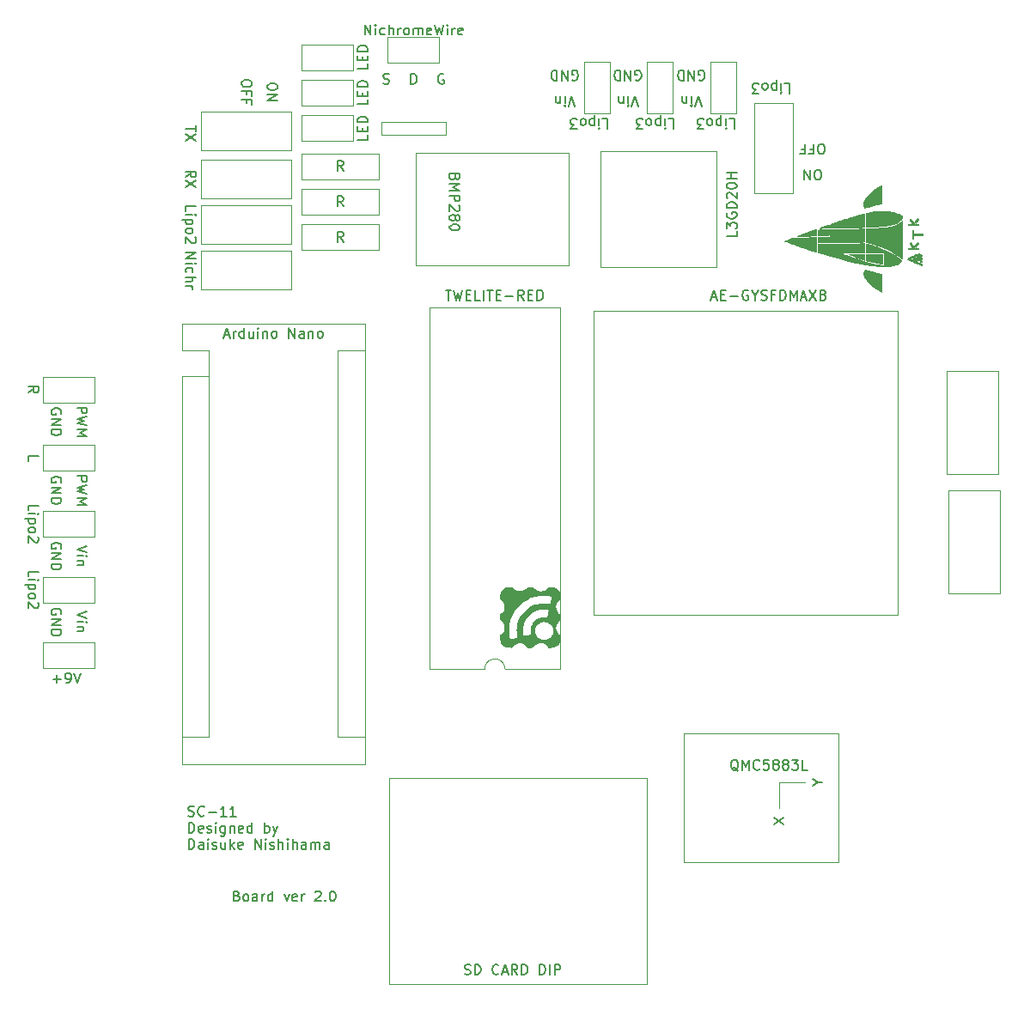
<source format=gbr>
%TF.GenerationSoftware,KiCad,Pcbnew,(6.0.5)*%
%TF.CreationDate,2022-08-04T01:21:20+09:00*%
%TF.ProjectId,sc11bbm,73633131-6262-46d2-9e6b-696361645f70,rev?*%
%TF.SameCoordinates,PXca2b5f1PY459e440*%
%TF.FileFunction,Legend,Top*%
%TF.FilePolarity,Positive*%
%FSLAX46Y46*%
G04 Gerber Fmt 4.6, Leading zero omitted, Abs format (unit mm)*
G04 Created by KiCad (PCBNEW (6.0.5)) date 2022-08-04 01:21:20*
%MOMM*%
%LPD*%
G01*
G04 APERTURE LIST*
%ADD10C,0.150000*%
%ADD11C,0.120000*%
%ADD12C,0.010000*%
G04 APERTURE END LIST*
D10*
X-27416667Y-39178571D02*
X-27273810Y-39226190D01*
X-27226191Y-39273809D01*
X-27178572Y-39369047D01*
X-27178572Y-39511904D01*
X-27226191Y-39607142D01*
X-27273810Y-39654761D01*
X-27369048Y-39702380D01*
X-27750000Y-39702380D01*
X-27750000Y-38702380D01*
X-27416667Y-38702380D01*
X-27321429Y-38750000D01*
X-27273810Y-38797619D01*
X-27226191Y-38892857D01*
X-27226191Y-38988095D01*
X-27273810Y-39083333D01*
X-27321429Y-39130952D01*
X-27416667Y-39178571D01*
X-27750000Y-39178571D01*
X-26607143Y-39702380D02*
X-26702381Y-39654761D01*
X-26750000Y-39607142D01*
X-26797620Y-39511904D01*
X-26797620Y-39226190D01*
X-26750000Y-39130952D01*
X-26702381Y-39083333D01*
X-26607143Y-39035714D01*
X-26464286Y-39035714D01*
X-26369048Y-39083333D01*
X-26321429Y-39130952D01*
X-26273810Y-39226190D01*
X-26273810Y-39511904D01*
X-26321429Y-39607142D01*
X-26369048Y-39654761D01*
X-26464286Y-39702380D01*
X-26607143Y-39702380D01*
X-25416667Y-39702380D02*
X-25416667Y-39178571D01*
X-25464286Y-39083333D01*
X-25559524Y-39035714D01*
X-25750000Y-39035714D01*
X-25845239Y-39083333D01*
X-25416667Y-39654761D02*
X-25511905Y-39702380D01*
X-25750000Y-39702380D01*
X-25845239Y-39654761D01*
X-25892858Y-39559523D01*
X-25892858Y-39464285D01*
X-25845239Y-39369047D01*
X-25750000Y-39321428D01*
X-25511905Y-39321428D01*
X-25416667Y-39273809D01*
X-24940477Y-39702380D02*
X-24940477Y-39035714D01*
X-24940477Y-39226190D02*
X-24892858Y-39130952D01*
X-24845239Y-39083333D01*
X-24750000Y-39035714D01*
X-24654762Y-39035714D01*
X-23892858Y-39702380D02*
X-23892858Y-38702380D01*
X-23892858Y-39654761D02*
X-23988096Y-39702380D01*
X-24178572Y-39702380D01*
X-24273810Y-39654761D01*
X-24321429Y-39607142D01*
X-24369048Y-39511904D01*
X-24369048Y-39226190D01*
X-24321429Y-39130952D01*
X-24273810Y-39083333D01*
X-24178572Y-39035714D01*
X-23988096Y-39035714D01*
X-23892858Y-39083333D01*
X-22750000Y-39035714D02*
X-22511905Y-39702380D01*
X-22273810Y-39035714D01*
X-21511905Y-39654761D02*
X-21607143Y-39702380D01*
X-21797620Y-39702380D01*
X-21892858Y-39654761D01*
X-21940477Y-39559523D01*
X-21940477Y-39178571D01*
X-21892858Y-39083333D01*
X-21797620Y-39035714D01*
X-21607143Y-39035714D01*
X-21511905Y-39083333D01*
X-21464286Y-39178571D01*
X-21464286Y-39273809D01*
X-21940477Y-39369047D01*
X-21035715Y-39702380D02*
X-21035715Y-39035714D01*
X-21035715Y-39226190D02*
X-20988096Y-39130952D01*
X-20940477Y-39083333D01*
X-20845239Y-39035714D01*
X-20750000Y-39035714D01*
X-19702381Y-38797619D02*
X-19654762Y-38750000D01*
X-19559524Y-38702380D01*
X-19321429Y-38702380D01*
X-19226191Y-38750000D01*
X-19178572Y-38797619D01*
X-19130953Y-38892857D01*
X-19130953Y-38988095D01*
X-19178572Y-39130952D01*
X-19750000Y-39702380D01*
X-19130953Y-39702380D01*
X-18702381Y-39607142D02*
X-18654762Y-39654761D01*
X-18702381Y-39702380D01*
X-18750000Y-39654761D01*
X-18702381Y-39607142D01*
X-18702381Y-39702380D01*
X-18035715Y-38702380D02*
X-17940477Y-38702380D01*
X-17845239Y-38750000D01*
X-17797620Y-38797619D01*
X-17750000Y-38892857D01*
X-17702381Y-39083333D01*
X-17702381Y-39321428D01*
X-17750000Y-39511904D01*
X-17797620Y-39607142D01*
X-17845239Y-39654761D01*
X-17940477Y-39702380D01*
X-18035715Y-39702380D01*
X-18130953Y-39654761D01*
X-18178572Y-39607142D01*
X-18226191Y-39511904D01*
X-18273810Y-39321428D01*
X-18273810Y-39083333D01*
X-18226191Y-38892857D01*
X-18178572Y-38797619D01*
X-18130953Y-38750000D01*
X-18035715Y-38702380D01*
X-31452381Y36761905D02*
X-31452381Y36190477D01*
X-32452381Y36476191D02*
X-31452381Y36476191D01*
X-31452381Y35952381D02*
X-32452381Y35285715D01*
X-31452381Y35285715D02*
X-32452381Y35952381D01*
X-32452381Y24214286D02*
X-31452381Y24214286D01*
X-32452381Y23642858D01*
X-31452381Y23642858D01*
X-32452381Y23166667D02*
X-31785715Y23166667D01*
X-31452381Y23166667D02*
X-31500000Y23214286D01*
X-31547620Y23166667D01*
X-31500000Y23119048D01*
X-31452381Y23166667D01*
X-31547620Y23166667D01*
X-32404762Y22261905D02*
X-32452381Y22357143D01*
X-32452381Y22547620D01*
X-32404762Y22642858D01*
X-32357143Y22690477D01*
X-32261905Y22738096D01*
X-31976191Y22738096D01*
X-31880953Y22690477D01*
X-31833334Y22642858D01*
X-31785715Y22547620D01*
X-31785715Y22357143D01*
X-31833334Y22261905D01*
X-32452381Y21833334D02*
X-31452381Y21833334D01*
X-32452381Y21404762D02*
X-31928572Y21404762D01*
X-31833334Y21452381D01*
X-31785715Y21547620D01*
X-31785715Y21690477D01*
X-31833334Y21785715D01*
X-31880953Y21833334D01*
X-32452381Y20928572D02*
X-31785715Y20928572D01*
X-31976191Y20928572D02*
X-31880953Y20880953D01*
X-31833334Y20833334D01*
X-31785715Y20738096D01*
X-31785715Y20642858D01*
X-32212024Y-31294761D02*
X-32069167Y-31342380D01*
X-31831072Y-31342380D01*
X-31735834Y-31294761D01*
X-31688215Y-31247142D01*
X-31640596Y-31151904D01*
X-31640596Y-31056666D01*
X-31688215Y-30961428D01*
X-31735834Y-30913809D01*
X-31831072Y-30866190D01*
X-32021548Y-30818571D01*
X-32116786Y-30770952D01*
X-32164405Y-30723333D01*
X-32212024Y-30628095D01*
X-32212024Y-30532857D01*
X-32164405Y-30437619D01*
X-32116786Y-30390000D01*
X-32021548Y-30342380D01*
X-31783453Y-30342380D01*
X-31640596Y-30390000D01*
X-30640596Y-31247142D02*
X-30688215Y-31294761D01*
X-30831072Y-31342380D01*
X-30926310Y-31342380D01*
X-31069167Y-31294761D01*
X-31164405Y-31199523D01*
X-31212024Y-31104285D01*
X-31259643Y-30913809D01*
X-31259643Y-30770952D01*
X-31212024Y-30580476D01*
X-31164405Y-30485238D01*
X-31069167Y-30390000D01*
X-30926310Y-30342380D01*
X-30831072Y-30342380D01*
X-30688215Y-30390000D01*
X-30640596Y-30437619D01*
X-30212024Y-30961428D02*
X-29450120Y-30961428D01*
X-28450120Y-31342380D02*
X-29021548Y-31342380D01*
X-28735834Y-31342380D02*
X-28735834Y-30342380D01*
X-28831072Y-30485238D01*
X-28926310Y-30580476D01*
X-29021548Y-30628095D01*
X-27497739Y-31342380D02*
X-28069167Y-31342380D01*
X-27783453Y-31342380D02*
X-27783453Y-30342380D01*
X-27878691Y-30485238D01*
X-27973929Y-30580476D01*
X-28069167Y-30628095D01*
X-32164405Y-32952380D02*
X-32164405Y-31952380D01*
X-31926310Y-31952380D01*
X-31783453Y-32000000D01*
X-31688215Y-32095238D01*
X-31640596Y-32190476D01*
X-31592977Y-32380952D01*
X-31592977Y-32523809D01*
X-31640596Y-32714285D01*
X-31688215Y-32809523D01*
X-31783453Y-32904761D01*
X-31926310Y-32952380D01*
X-32164405Y-32952380D01*
X-30783453Y-32904761D02*
X-30878691Y-32952380D01*
X-31069167Y-32952380D01*
X-31164405Y-32904761D01*
X-31212024Y-32809523D01*
X-31212024Y-32428571D01*
X-31164405Y-32333333D01*
X-31069167Y-32285714D01*
X-30878691Y-32285714D01*
X-30783453Y-32333333D01*
X-30735834Y-32428571D01*
X-30735834Y-32523809D01*
X-31212024Y-32619047D01*
X-30354881Y-32904761D02*
X-30259643Y-32952380D01*
X-30069167Y-32952380D01*
X-29973929Y-32904761D01*
X-29926310Y-32809523D01*
X-29926310Y-32761904D01*
X-29973929Y-32666666D01*
X-30069167Y-32619047D01*
X-30212024Y-32619047D01*
X-30307262Y-32571428D01*
X-30354881Y-32476190D01*
X-30354881Y-32428571D01*
X-30307262Y-32333333D01*
X-30212024Y-32285714D01*
X-30069167Y-32285714D01*
X-29973929Y-32333333D01*
X-29497739Y-32952380D02*
X-29497739Y-32285714D01*
X-29497739Y-31952380D02*
X-29545358Y-32000000D01*
X-29497739Y-32047619D01*
X-29450120Y-32000000D01*
X-29497739Y-31952380D01*
X-29497739Y-32047619D01*
X-28592977Y-32285714D02*
X-28592977Y-33095238D01*
X-28640596Y-33190476D01*
X-28688215Y-33238095D01*
X-28783453Y-33285714D01*
X-28926310Y-33285714D01*
X-29021548Y-33238095D01*
X-28592977Y-32904761D02*
X-28688215Y-32952380D01*
X-28878691Y-32952380D01*
X-28973929Y-32904761D01*
X-29021548Y-32857142D01*
X-29069167Y-32761904D01*
X-29069167Y-32476190D01*
X-29021548Y-32380952D01*
X-28973929Y-32333333D01*
X-28878691Y-32285714D01*
X-28688215Y-32285714D01*
X-28592977Y-32333333D01*
X-28116786Y-32285714D02*
X-28116786Y-32952380D01*
X-28116786Y-32380952D02*
X-28069167Y-32333333D01*
X-27973929Y-32285714D01*
X-27831072Y-32285714D01*
X-27735834Y-32333333D01*
X-27688215Y-32428571D01*
X-27688215Y-32952380D01*
X-26831072Y-32904761D02*
X-26926310Y-32952380D01*
X-27116786Y-32952380D01*
X-27212024Y-32904761D01*
X-27259643Y-32809523D01*
X-27259643Y-32428571D01*
X-27212024Y-32333333D01*
X-27116786Y-32285714D01*
X-26926310Y-32285714D01*
X-26831072Y-32333333D01*
X-26783453Y-32428571D01*
X-26783453Y-32523809D01*
X-27259643Y-32619047D01*
X-25926310Y-32952380D02*
X-25926310Y-31952380D01*
X-25926310Y-32904761D02*
X-26021548Y-32952380D01*
X-26212024Y-32952380D01*
X-26307262Y-32904761D01*
X-26354881Y-32857142D01*
X-26402500Y-32761904D01*
X-26402500Y-32476190D01*
X-26354881Y-32380952D01*
X-26307262Y-32333333D01*
X-26212024Y-32285714D01*
X-26021548Y-32285714D01*
X-25926310Y-32333333D01*
X-24688215Y-32952380D02*
X-24688215Y-31952380D01*
X-24688215Y-32333333D02*
X-24592977Y-32285714D01*
X-24402500Y-32285714D01*
X-24307262Y-32333333D01*
X-24259643Y-32380952D01*
X-24212024Y-32476190D01*
X-24212024Y-32761904D01*
X-24259643Y-32857142D01*
X-24307262Y-32904761D01*
X-24402500Y-32952380D01*
X-24592977Y-32952380D01*
X-24688215Y-32904761D01*
X-23878691Y-32285714D02*
X-23640596Y-32952380D01*
X-23402500Y-32285714D02*
X-23640596Y-32952380D01*
X-23735834Y-33190476D01*
X-23783453Y-33238095D01*
X-23878691Y-33285714D01*
X-32164405Y-34562380D02*
X-32164405Y-33562380D01*
X-31926310Y-33562380D01*
X-31783453Y-33610000D01*
X-31688215Y-33705238D01*
X-31640596Y-33800476D01*
X-31592977Y-33990952D01*
X-31592977Y-34133809D01*
X-31640596Y-34324285D01*
X-31688215Y-34419523D01*
X-31783453Y-34514761D01*
X-31926310Y-34562380D01*
X-32164405Y-34562380D01*
X-30735834Y-34562380D02*
X-30735834Y-34038571D01*
X-30783453Y-33943333D01*
X-30878691Y-33895714D01*
X-31069167Y-33895714D01*
X-31164405Y-33943333D01*
X-30735834Y-34514761D02*
X-30831072Y-34562380D01*
X-31069167Y-34562380D01*
X-31164405Y-34514761D01*
X-31212024Y-34419523D01*
X-31212024Y-34324285D01*
X-31164405Y-34229047D01*
X-31069167Y-34181428D01*
X-30831072Y-34181428D01*
X-30735834Y-34133809D01*
X-30259643Y-34562380D02*
X-30259643Y-33895714D01*
X-30259643Y-33562380D02*
X-30307262Y-33610000D01*
X-30259643Y-33657619D01*
X-30212024Y-33610000D01*
X-30259643Y-33562380D01*
X-30259643Y-33657619D01*
X-29831072Y-34514761D02*
X-29735834Y-34562380D01*
X-29545358Y-34562380D01*
X-29450120Y-34514761D01*
X-29402500Y-34419523D01*
X-29402500Y-34371904D01*
X-29450120Y-34276666D01*
X-29545358Y-34229047D01*
X-29688215Y-34229047D01*
X-29783453Y-34181428D01*
X-29831072Y-34086190D01*
X-29831072Y-34038571D01*
X-29783453Y-33943333D01*
X-29688215Y-33895714D01*
X-29545358Y-33895714D01*
X-29450120Y-33943333D01*
X-28545358Y-33895714D02*
X-28545358Y-34562380D01*
X-28973929Y-33895714D02*
X-28973929Y-34419523D01*
X-28926310Y-34514761D01*
X-28831072Y-34562380D01*
X-28688215Y-34562380D01*
X-28592977Y-34514761D01*
X-28545358Y-34467142D01*
X-28069167Y-34562380D02*
X-28069167Y-33562380D01*
X-27973929Y-34181428D02*
X-27688215Y-34562380D01*
X-27688215Y-33895714D02*
X-28069167Y-34276666D01*
X-26878691Y-34514761D02*
X-26973929Y-34562380D01*
X-27164405Y-34562380D01*
X-27259643Y-34514761D01*
X-27307262Y-34419523D01*
X-27307262Y-34038571D01*
X-27259643Y-33943333D01*
X-27164405Y-33895714D01*
X-26973929Y-33895714D01*
X-26878691Y-33943333D01*
X-26831072Y-34038571D01*
X-26831072Y-34133809D01*
X-27307262Y-34229047D01*
X-25640596Y-34562380D02*
X-25640596Y-33562380D01*
X-25069167Y-34562380D01*
X-25069167Y-33562380D01*
X-24592977Y-34562380D02*
X-24592977Y-33895714D01*
X-24592977Y-33562380D02*
X-24640596Y-33610000D01*
X-24592977Y-33657619D01*
X-24545358Y-33610000D01*
X-24592977Y-33562380D01*
X-24592977Y-33657619D01*
X-24164405Y-34514761D02*
X-24069167Y-34562380D01*
X-23878691Y-34562380D01*
X-23783453Y-34514761D01*
X-23735834Y-34419523D01*
X-23735834Y-34371904D01*
X-23783453Y-34276666D01*
X-23878691Y-34229047D01*
X-24021548Y-34229047D01*
X-24116786Y-34181428D01*
X-24164405Y-34086190D01*
X-24164405Y-34038571D01*
X-24116786Y-33943333D01*
X-24021548Y-33895714D01*
X-23878691Y-33895714D01*
X-23783453Y-33943333D01*
X-23307262Y-34562380D02*
X-23307262Y-33562380D01*
X-22878691Y-34562380D02*
X-22878691Y-34038571D01*
X-22926310Y-33943333D01*
X-23021548Y-33895714D01*
X-23164405Y-33895714D01*
X-23259643Y-33943333D01*
X-23307262Y-33990952D01*
X-22402500Y-34562380D02*
X-22402500Y-33895714D01*
X-22402500Y-33562380D02*
X-22450120Y-33610000D01*
X-22402500Y-33657619D01*
X-22354881Y-33610000D01*
X-22402500Y-33562380D01*
X-22402500Y-33657619D01*
X-21926310Y-34562380D02*
X-21926310Y-33562380D01*
X-21497739Y-34562380D02*
X-21497739Y-34038571D01*
X-21545358Y-33943333D01*
X-21640596Y-33895714D01*
X-21783453Y-33895714D01*
X-21878691Y-33943333D01*
X-21926310Y-33990952D01*
X-20592977Y-34562380D02*
X-20592977Y-34038571D01*
X-20640596Y-33943333D01*
X-20735834Y-33895714D01*
X-20926310Y-33895714D01*
X-21021548Y-33943333D01*
X-20592977Y-34514761D02*
X-20688215Y-34562380D01*
X-20926310Y-34562380D01*
X-21021548Y-34514761D01*
X-21069167Y-34419523D01*
X-21069167Y-34324285D01*
X-21021548Y-34229047D01*
X-20926310Y-34181428D01*
X-20688215Y-34181428D01*
X-20592977Y-34133809D01*
X-20116786Y-34562380D02*
X-20116786Y-33895714D01*
X-20116786Y-33990952D02*
X-20069167Y-33943333D01*
X-19973929Y-33895714D01*
X-19831072Y-33895714D01*
X-19735834Y-33943333D01*
X-19688215Y-34038571D01*
X-19688215Y-34562380D01*
X-19688215Y-34038571D02*
X-19640596Y-33943333D01*
X-19545358Y-33895714D01*
X-19402500Y-33895714D01*
X-19307262Y-33943333D01*
X-19259643Y-34038571D01*
X-19259643Y-34562380D01*
X-18354881Y-34562380D02*
X-18354881Y-34038571D01*
X-18402500Y-33943333D01*
X-18497739Y-33895714D01*
X-18688215Y-33895714D01*
X-18783453Y-33943333D01*
X-18354881Y-34514761D02*
X-18450120Y-34562380D01*
X-18688215Y-34562380D01*
X-18783453Y-34514761D01*
X-18831072Y-34419523D01*
X-18831072Y-34324285D01*
X-18783453Y-34229047D01*
X-18688215Y-34181428D01*
X-18450120Y-34181428D01*
X-18354881Y-34133809D01*
X-28671143Y16107334D02*
X-28194953Y16107334D01*
X-28766381Y15821620D02*
X-28433048Y16821620D01*
X-28099715Y15821620D01*
X-27766381Y15821620D02*
X-27766381Y16488286D01*
X-27766381Y16297810D02*
X-27718762Y16393048D01*
X-27671143Y16440667D01*
X-27575905Y16488286D01*
X-27480667Y16488286D01*
X-26718762Y15821620D02*
X-26718762Y16821620D01*
X-26718762Y15869239D02*
X-26814000Y15821620D01*
X-27004477Y15821620D01*
X-27099715Y15869239D01*
X-27147334Y15916858D01*
X-27194953Y16012096D01*
X-27194953Y16297810D01*
X-27147334Y16393048D01*
X-27099715Y16440667D01*
X-27004477Y16488286D01*
X-26814000Y16488286D01*
X-26718762Y16440667D01*
X-25814000Y16488286D02*
X-25814000Y15821620D01*
X-26242572Y16488286D02*
X-26242572Y15964477D01*
X-26194953Y15869239D01*
X-26099715Y15821620D01*
X-25956858Y15821620D01*
X-25861620Y15869239D01*
X-25814000Y15916858D01*
X-25337810Y15821620D02*
X-25337810Y16488286D01*
X-25337810Y16821620D02*
X-25385429Y16774000D01*
X-25337810Y16726381D01*
X-25290191Y16774000D01*
X-25337810Y16821620D01*
X-25337810Y16726381D01*
X-24861620Y16488286D02*
X-24861620Y15821620D01*
X-24861620Y16393048D02*
X-24814000Y16440667D01*
X-24718762Y16488286D01*
X-24575905Y16488286D01*
X-24480667Y16440667D01*
X-24433048Y16345429D01*
X-24433048Y15821620D01*
X-23814000Y15821620D02*
X-23909239Y15869239D01*
X-23956858Y15916858D01*
X-24004477Y16012096D01*
X-24004477Y16297810D01*
X-23956858Y16393048D01*
X-23909239Y16440667D01*
X-23814000Y16488286D01*
X-23671143Y16488286D01*
X-23575905Y16440667D01*
X-23528286Y16393048D01*
X-23480667Y16297810D01*
X-23480667Y16012096D01*
X-23528286Y15916858D01*
X-23575905Y15869239D01*
X-23671143Y15821620D01*
X-23814000Y15821620D01*
X-22290191Y15821620D02*
X-22290191Y16821620D01*
X-21718762Y15821620D01*
X-21718762Y16821620D01*
X-20814000Y15821620D02*
X-20814000Y16345429D01*
X-20861620Y16440667D01*
X-20956858Y16488286D01*
X-21147334Y16488286D01*
X-21242572Y16440667D01*
X-20814000Y15869239D02*
X-20909239Y15821620D01*
X-21147334Y15821620D01*
X-21242572Y15869239D01*
X-21290191Y15964477D01*
X-21290191Y16059715D01*
X-21242572Y16154953D01*
X-21147334Y16202572D01*
X-20909239Y16202572D01*
X-20814000Y16250191D01*
X-20337810Y16488286D02*
X-20337810Y15821620D01*
X-20337810Y16393048D02*
X-20290191Y16440667D01*
X-20194953Y16488286D01*
X-20052096Y16488286D01*
X-19956858Y16440667D01*
X-19909239Y16345429D01*
X-19909239Y15821620D01*
X-19290191Y15821620D02*
X-19385429Y15869239D01*
X-19433048Y15916858D01*
X-19480667Y16012096D01*
X-19480667Y16297810D01*
X-19433048Y16393048D01*
X-19385429Y16440667D01*
X-19290191Y16488286D01*
X-19147334Y16488286D01*
X-19052096Y16440667D01*
X-19004477Y16393048D01*
X-18956858Y16297810D01*
X-18956858Y16012096D01*
X-19004477Y15916858D01*
X-19052096Y15869239D01*
X-19147334Y15821620D01*
X-19290191Y15821620D01*
X-5928572Y31678572D02*
X-5976191Y31535715D01*
X-6023810Y31488096D01*
X-6119048Y31440477D01*
X-6261905Y31440477D01*
X-6357143Y31488096D01*
X-6404762Y31535715D01*
X-6452381Y31630953D01*
X-6452381Y32011905D01*
X-5452381Y32011905D01*
X-5452381Y31678572D01*
X-5500000Y31583334D01*
X-5547620Y31535715D01*
X-5642858Y31488096D01*
X-5738096Y31488096D01*
X-5833334Y31535715D01*
X-5880953Y31583334D01*
X-5928572Y31678572D01*
X-5928572Y32011905D01*
X-6452381Y31011905D02*
X-5452381Y31011905D01*
X-6166667Y30678572D01*
X-5452381Y30345239D01*
X-6452381Y30345239D01*
X-6452381Y29869048D02*
X-5452381Y29869048D01*
X-5452381Y29488096D01*
X-5500000Y29392858D01*
X-5547620Y29345239D01*
X-5642858Y29297620D01*
X-5785715Y29297620D01*
X-5880953Y29345239D01*
X-5928572Y29392858D01*
X-5976191Y29488096D01*
X-5976191Y29869048D01*
X-5547620Y28916667D02*
X-5500000Y28869048D01*
X-5452381Y28773810D01*
X-5452381Y28535715D01*
X-5500000Y28440477D01*
X-5547620Y28392858D01*
X-5642858Y28345239D01*
X-5738096Y28345239D01*
X-5880953Y28392858D01*
X-6452381Y28964286D01*
X-6452381Y28345239D01*
X-5880953Y27773810D02*
X-5833334Y27869048D01*
X-5785715Y27916667D01*
X-5690477Y27964286D01*
X-5642858Y27964286D01*
X-5547620Y27916667D01*
X-5500000Y27869048D01*
X-5452381Y27773810D01*
X-5452381Y27583334D01*
X-5500000Y27488096D01*
X-5547620Y27440477D01*
X-5642858Y27392858D01*
X-5690477Y27392858D01*
X-5785715Y27440477D01*
X-5833334Y27488096D01*
X-5880953Y27583334D01*
X-5880953Y27773810D01*
X-5928572Y27869048D01*
X-5976191Y27916667D01*
X-6071429Y27964286D01*
X-6261905Y27964286D01*
X-6357143Y27916667D01*
X-6404762Y27869048D01*
X-6452381Y27773810D01*
X-6452381Y27583334D01*
X-6404762Y27488096D01*
X-6357143Y27440477D01*
X-6261905Y27392858D01*
X-6071429Y27392858D01*
X-5976191Y27440477D01*
X-5928572Y27488096D01*
X-5880953Y27583334D01*
X-5452381Y26773810D02*
X-5452381Y26678572D01*
X-5500000Y26583334D01*
X-5547620Y26535715D01*
X-5642858Y26488096D01*
X-5833334Y26440477D01*
X-6071429Y26440477D01*
X-6261905Y26488096D01*
X-6357143Y26535715D01*
X-6404762Y26583334D01*
X-6452381Y26678572D01*
X-6452381Y26773810D01*
X-6404762Y26869048D01*
X-6357143Y26916667D01*
X-6261905Y26964286D01*
X-6071429Y27011905D01*
X-5833334Y27011905D01*
X-5642858Y26964286D01*
X-5547620Y26916667D01*
X-5500000Y26869048D01*
X-5452381Y26773810D01*
X-32452381Y31666667D02*
X-31976191Y32000000D01*
X-32452381Y32238096D02*
X-31452381Y32238096D01*
X-31452381Y31857143D01*
X-31500000Y31761905D01*
X-31547620Y31714286D01*
X-31642858Y31666667D01*
X-31785715Y31666667D01*
X-31880953Y31714286D01*
X-31928572Y31761905D01*
X-31976191Y31857143D01*
X-31976191Y32238096D01*
X-31452381Y31333334D02*
X-32452381Y30666667D01*
X-31452381Y30666667D02*
X-32452381Y31333334D01*
X22000000Y-26857619D02*
X21904761Y-26810000D01*
X21809523Y-26714761D01*
X21666666Y-26571904D01*
X21571428Y-26524285D01*
X21476190Y-26524285D01*
X21523809Y-26762380D02*
X21428571Y-26714761D01*
X21333333Y-26619523D01*
X21285714Y-26429047D01*
X21285714Y-26095714D01*
X21333333Y-25905238D01*
X21428571Y-25810000D01*
X21523809Y-25762380D01*
X21714285Y-25762380D01*
X21809523Y-25810000D01*
X21904761Y-25905238D01*
X21952380Y-26095714D01*
X21952380Y-26429047D01*
X21904761Y-26619523D01*
X21809523Y-26714761D01*
X21714285Y-26762380D01*
X21523809Y-26762380D01*
X22380952Y-26762380D02*
X22380952Y-25762380D01*
X22714285Y-26476666D01*
X23047619Y-25762380D01*
X23047619Y-26762380D01*
X24095238Y-26667142D02*
X24047619Y-26714761D01*
X23904761Y-26762380D01*
X23809523Y-26762380D01*
X23666666Y-26714761D01*
X23571428Y-26619523D01*
X23523809Y-26524285D01*
X23476190Y-26333809D01*
X23476190Y-26190952D01*
X23523809Y-26000476D01*
X23571428Y-25905238D01*
X23666666Y-25810000D01*
X23809523Y-25762380D01*
X23904761Y-25762380D01*
X24047619Y-25810000D01*
X24095238Y-25857619D01*
X25000000Y-25762380D02*
X24523809Y-25762380D01*
X24476190Y-26238571D01*
X24523809Y-26190952D01*
X24619047Y-26143333D01*
X24857142Y-26143333D01*
X24952380Y-26190952D01*
X25000000Y-26238571D01*
X25047619Y-26333809D01*
X25047619Y-26571904D01*
X25000000Y-26667142D01*
X24952380Y-26714761D01*
X24857142Y-26762380D01*
X24619047Y-26762380D01*
X24523809Y-26714761D01*
X24476190Y-26667142D01*
X25619047Y-26190952D02*
X25523809Y-26143333D01*
X25476190Y-26095714D01*
X25428571Y-26000476D01*
X25428571Y-25952857D01*
X25476190Y-25857619D01*
X25523809Y-25810000D01*
X25619047Y-25762380D01*
X25809523Y-25762380D01*
X25904761Y-25810000D01*
X25952380Y-25857619D01*
X26000000Y-25952857D01*
X26000000Y-26000476D01*
X25952380Y-26095714D01*
X25904761Y-26143333D01*
X25809523Y-26190952D01*
X25619047Y-26190952D01*
X25523809Y-26238571D01*
X25476190Y-26286190D01*
X25428571Y-26381428D01*
X25428571Y-26571904D01*
X25476190Y-26667142D01*
X25523809Y-26714761D01*
X25619047Y-26762380D01*
X25809523Y-26762380D01*
X25904761Y-26714761D01*
X25952380Y-26667142D01*
X26000000Y-26571904D01*
X26000000Y-26381428D01*
X25952380Y-26286190D01*
X25904761Y-26238571D01*
X25809523Y-26190952D01*
X26571428Y-26190952D02*
X26476190Y-26143333D01*
X26428571Y-26095714D01*
X26380952Y-26000476D01*
X26380952Y-25952857D01*
X26428571Y-25857619D01*
X26476190Y-25810000D01*
X26571428Y-25762380D01*
X26761904Y-25762380D01*
X26857142Y-25810000D01*
X26904761Y-25857619D01*
X26952380Y-25952857D01*
X26952380Y-26000476D01*
X26904761Y-26095714D01*
X26857142Y-26143333D01*
X26761904Y-26190952D01*
X26571428Y-26190952D01*
X26476190Y-26238571D01*
X26428571Y-26286190D01*
X26380952Y-26381428D01*
X26380952Y-26571904D01*
X26428571Y-26667142D01*
X26476190Y-26714761D01*
X26571428Y-26762380D01*
X26761904Y-26762380D01*
X26857142Y-26714761D01*
X26904761Y-26667142D01*
X26952380Y-26571904D01*
X26952380Y-26381428D01*
X26904761Y-26286190D01*
X26857142Y-26238571D01*
X26761904Y-26190952D01*
X27285714Y-25762380D02*
X27904761Y-25762380D01*
X27571428Y-26143333D01*
X27714285Y-26143333D01*
X27809523Y-26190952D01*
X27857142Y-26238571D01*
X27904761Y-26333809D01*
X27904761Y-26571904D01*
X27857142Y-26667142D01*
X27809523Y-26714761D01*
X27714285Y-26762380D01*
X27428571Y-26762380D01*
X27333333Y-26714761D01*
X27285714Y-26667142D01*
X28809523Y-26762380D02*
X28333333Y-26762380D01*
X28333333Y-25762380D01*
X19390951Y19833334D02*
X19867141Y19833334D01*
X19295713Y19547620D02*
X19629046Y20547620D01*
X19962379Y19547620D01*
X20295713Y20071429D02*
X20629046Y20071429D01*
X20771903Y19547620D02*
X20295713Y19547620D01*
X20295713Y20547620D01*
X20771903Y20547620D01*
X21200475Y19928572D02*
X21962379Y19928572D01*
X22962379Y20500000D02*
X22867141Y20547620D01*
X22724284Y20547620D01*
X22581427Y20500000D01*
X22486189Y20404762D01*
X22438570Y20309524D01*
X22390951Y20119048D01*
X22390951Y19976191D01*
X22438570Y19785715D01*
X22486189Y19690477D01*
X22581427Y19595239D01*
X22724284Y19547620D01*
X22819522Y19547620D01*
X22962379Y19595239D01*
X23009999Y19642858D01*
X23009999Y19976191D01*
X22819522Y19976191D01*
X23629046Y20023810D02*
X23629046Y19547620D01*
X23295713Y20547620D02*
X23629046Y20023810D01*
X23962379Y20547620D01*
X24248094Y19595239D02*
X24390951Y19547620D01*
X24629046Y19547620D01*
X24724284Y19595239D01*
X24771903Y19642858D01*
X24819522Y19738096D01*
X24819522Y19833334D01*
X24771903Y19928572D01*
X24724284Y19976191D01*
X24629046Y20023810D01*
X24438570Y20071429D01*
X24343332Y20119048D01*
X24295713Y20166667D01*
X24248094Y20261905D01*
X24248094Y20357143D01*
X24295713Y20452381D01*
X24343332Y20500000D01*
X24438570Y20547620D01*
X24676665Y20547620D01*
X24819522Y20500000D01*
X25581427Y20071429D02*
X25248094Y20071429D01*
X25248094Y19547620D02*
X25248094Y20547620D01*
X25724284Y20547620D01*
X26105237Y19547620D02*
X26105237Y20547620D01*
X26343332Y20547620D01*
X26486189Y20500000D01*
X26581427Y20404762D01*
X26629046Y20309524D01*
X26676665Y20119048D01*
X26676665Y19976191D01*
X26629046Y19785715D01*
X26581427Y19690477D01*
X26486189Y19595239D01*
X26343332Y19547620D01*
X26105237Y19547620D01*
X27105237Y19547620D02*
X27105237Y20547620D01*
X27438570Y19833334D01*
X27771903Y20547620D01*
X27771903Y19547620D01*
X28200475Y19833334D02*
X28676665Y19833334D01*
X28105237Y19547620D02*
X28438570Y20547620D01*
X28771903Y19547620D01*
X29009999Y20547620D02*
X29676665Y19547620D01*
X29676665Y20547620D02*
X29009999Y19547620D01*
X30390951Y20071429D02*
X30533808Y20023810D01*
X30581427Y19976191D01*
X30629046Y19880953D01*
X30629046Y19738096D01*
X30581427Y19642858D01*
X30533808Y19595239D01*
X30438570Y19547620D01*
X30057618Y19547620D01*
X30057618Y20547620D01*
X30390951Y20547620D01*
X30486189Y20500000D01*
X30533808Y20452381D01*
X30581427Y20357143D01*
X30581427Y20261905D01*
X30533808Y20166667D01*
X30486189Y20119048D01*
X30390951Y20071429D01*
X30057618Y20071429D01*
X21837380Y26357143D02*
X21837380Y25880953D01*
X20837380Y25880953D01*
X20837380Y26595239D02*
X20837380Y27214286D01*
X21218333Y26880953D01*
X21218333Y27023810D01*
X21265952Y27119048D01*
X21313571Y27166667D01*
X21408809Y27214286D01*
X21646904Y27214286D01*
X21742142Y27166667D01*
X21789761Y27119048D01*
X21837380Y27023810D01*
X21837380Y26738096D01*
X21789761Y26642858D01*
X21742142Y26595239D01*
X20885000Y28166667D02*
X20837380Y28071429D01*
X20837380Y27928572D01*
X20885000Y27785715D01*
X20980238Y27690477D01*
X21075476Y27642858D01*
X21265952Y27595239D01*
X21408809Y27595239D01*
X21599285Y27642858D01*
X21694523Y27690477D01*
X21789761Y27785715D01*
X21837380Y27928572D01*
X21837380Y28023810D01*
X21789761Y28166667D01*
X21742142Y28214286D01*
X21408809Y28214286D01*
X21408809Y28023810D01*
X21837380Y28642858D02*
X20837380Y28642858D01*
X20837380Y28880953D01*
X20885000Y29023810D01*
X20980238Y29119048D01*
X21075476Y29166667D01*
X21265952Y29214286D01*
X21408809Y29214286D01*
X21599285Y29166667D01*
X21694523Y29119048D01*
X21789761Y29023810D01*
X21837380Y28880953D01*
X21837380Y28642858D01*
X20932619Y29595239D02*
X20885000Y29642858D01*
X20837380Y29738096D01*
X20837380Y29976191D01*
X20885000Y30071429D01*
X20932619Y30119048D01*
X21027857Y30166667D01*
X21123095Y30166667D01*
X21265952Y30119048D01*
X21837380Y29547620D01*
X21837380Y30166667D01*
X20837380Y30785715D02*
X20837380Y30880953D01*
X20885000Y30976191D01*
X20932619Y31023810D01*
X21027857Y31071429D01*
X21218333Y31119048D01*
X21456428Y31119048D01*
X21646904Y31071429D01*
X21742142Y31023810D01*
X21789761Y30976191D01*
X21837380Y30880953D01*
X21837380Y30785715D01*
X21789761Y30690477D01*
X21742142Y30642858D01*
X21646904Y30595239D01*
X21456428Y30547620D01*
X21218333Y30547620D01*
X21027857Y30595239D01*
X20932619Y30642858D01*
X20885000Y30690477D01*
X20837380Y30785715D01*
X21837380Y31547620D02*
X20837380Y31547620D01*
X21313571Y31547620D02*
X21313571Y32119048D01*
X21837380Y32119048D02*
X20837380Y32119048D01*
X-32452381Y28309524D02*
X-32452381Y28785715D01*
X-31452381Y28785715D01*
X-32452381Y27976191D02*
X-31785715Y27976191D01*
X-31452381Y27976191D02*
X-31500000Y28023810D01*
X-31547620Y27976191D01*
X-31500000Y27928572D01*
X-31452381Y27976191D01*
X-31547620Y27976191D01*
X-31785715Y27500000D02*
X-32785715Y27500000D01*
X-31833334Y27500000D02*
X-31785715Y27404762D01*
X-31785715Y27214286D01*
X-31833334Y27119048D01*
X-31880953Y27071429D01*
X-31976191Y27023810D01*
X-32261905Y27023810D01*
X-32357143Y27071429D01*
X-32404762Y27119048D01*
X-32452381Y27214286D01*
X-32452381Y27404762D01*
X-32404762Y27500000D01*
X-32452381Y26452381D02*
X-32404762Y26547620D01*
X-32357143Y26595239D01*
X-32261905Y26642858D01*
X-31976191Y26642858D01*
X-31880953Y26595239D01*
X-31833334Y26547620D01*
X-31785715Y26452381D01*
X-31785715Y26309524D01*
X-31833334Y26214286D01*
X-31880953Y26166667D01*
X-31976191Y26119048D01*
X-32261905Y26119048D01*
X-32357143Y26166667D01*
X-32404762Y26214286D01*
X-32452381Y26309524D01*
X-32452381Y26452381D01*
X-31547620Y25738096D02*
X-31500000Y25690477D01*
X-31452381Y25595239D01*
X-31452381Y25357143D01*
X-31500000Y25261905D01*
X-31547620Y25214286D01*
X-31642858Y25166667D01*
X-31738096Y25166667D01*
X-31880953Y25214286D01*
X-32452381Y25785715D01*
X-32452381Y25166667D01*
X-4964286Y-46904761D02*
X-4821429Y-46952380D01*
X-4583334Y-46952380D01*
X-4488096Y-46904761D01*
X-4440477Y-46857142D01*
X-4392858Y-46761904D01*
X-4392858Y-46666666D01*
X-4440477Y-46571428D01*
X-4488096Y-46523809D01*
X-4583334Y-46476190D01*
X-4773810Y-46428571D01*
X-4869048Y-46380952D01*
X-4916667Y-46333333D01*
X-4964286Y-46238095D01*
X-4964286Y-46142857D01*
X-4916667Y-46047619D01*
X-4869048Y-46000000D01*
X-4773810Y-45952380D01*
X-4535715Y-45952380D01*
X-4392858Y-46000000D01*
X-3964286Y-46952380D02*
X-3964286Y-45952380D01*
X-3726191Y-45952380D01*
X-3583334Y-46000000D01*
X-3488096Y-46095238D01*
X-3440477Y-46190476D01*
X-3392858Y-46380952D01*
X-3392858Y-46523809D01*
X-3440477Y-46714285D01*
X-3488096Y-46809523D01*
X-3583334Y-46904761D01*
X-3726191Y-46952380D01*
X-3964286Y-46952380D01*
X-1630953Y-46857142D02*
X-1678572Y-46904761D01*
X-1821429Y-46952380D01*
X-1916667Y-46952380D01*
X-2059524Y-46904761D01*
X-2154762Y-46809523D01*
X-2202381Y-46714285D01*
X-2250000Y-46523809D01*
X-2250000Y-46380952D01*
X-2202381Y-46190476D01*
X-2154762Y-46095238D01*
X-2059524Y-46000000D01*
X-1916667Y-45952380D01*
X-1821429Y-45952380D01*
X-1678572Y-46000000D01*
X-1630953Y-46047619D01*
X-1250000Y-46666666D02*
X-773810Y-46666666D01*
X-1345239Y-46952380D02*
X-1011905Y-45952380D01*
X-678572Y-46952380D01*
X226190Y-46952380D02*
X-107143Y-46476190D01*
X-345239Y-46952380D02*
X-345239Y-45952380D01*
X35714Y-45952380D01*
X130952Y-46000000D01*
X178571Y-46047619D01*
X226190Y-46142857D01*
X226190Y-46285714D01*
X178571Y-46380952D01*
X130952Y-46428571D01*
X35714Y-46476190D01*
X-345239Y-46476190D01*
X654761Y-46952380D02*
X654761Y-45952380D01*
X892857Y-45952380D01*
X1035714Y-46000000D01*
X1130952Y-46095238D01*
X1178571Y-46190476D01*
X1226190Y-46380952D01*
X1226190Y-46523809D01*
X1178571Y-46714285D01*
X1130952Y-46809523D01*
X1035714Y-46904761D01*
X892857Y-46952380D01*
X654761Y-46952380D01*
X2416666Y-46952380D02*
X2416666Y-45952380D01*
X2654761Y-45952380D01*
X2797619Y-46000000D01*
X2892857Y-46095238D01*
X2940476Y-46190476D01*
X2988095Y-46380952D01*
X2988095Y-46523809D01*
X2940476Y-46714285D01*
X2892857Y-46809523D01*
X2797619Y-46904761D01*
X2654761Y-46952380D01*
X2416666Y-46952380D01*
X3416666Y-46952380D02*
X3416666Y-45952380D01*
X3892857Y-46952380D02*
X3892857Y-45952380D01*
X4273809Y-45952380D01*
X4369047Y-46000000D01*
X4416666Y-46047619D01*
X4464285Y-46142857D01*
X4464285Y-46285714D01*
X4416666Y-46380952D01*
X4369047Y-46428571D01*
X4273809Y-46476190D01*
X3892857Y-46476190D01*
X26559523Y40952381D02*
X27035714Y40952381D01*
X27035714Y39952381D01*
X26226190Y40952381D02*
X26226190Y40285715D01*
X26226190Y39952381D02*
X26273809Y40000000D01*
X26226190Y40047620D01*
X26178571Y40000000D01*
X26226190Y39952381D01*
X26226190Y40047620D01*
X25750000Y40285715D02*
X25750000Y41285715D01*
X25750000Y40333334D02*
X25654761Y40285715D01*
X25464285Y40285715D01*
X25369047Y40333334D01*
X25321428Y40380953D01*
X25273809Y40476191D01*
X25273809Y40761905D01*
X25321428Y40857143D01*
X25369047Y40904762D01*
X25464285Y40952381D01*
X25654761Y40952381D01*
X25750000Y40904762D01*
X24702380Y40952381D02*
X24797619Y40904762D01*
X24845238Y40857143D01*
X24892857Y40761905D01*
X24892857Y40476191D01*
X24845238Y40380953D01*
X24797619Y40333334D01*
X24702380Y40285715D01*
X24559523Y40285715D01*
X24464285Y40333334D01*
X24416666Y40380953D01*
X24369047Y40476191D01*
X24369047Y40761905D01*
X24416666Y40857143D01*
X24464285Y40904762D01*
X24559523Y40952381D01*
X24702380Y40952381D01*
X24035714Y39952381D02*
X23416666Y39952381D01*
X23750000Y40333334D01*
X23607142Y40333334D01*
X23511904Y40380953D01*
X23464285Y40428572D01*
X23416666Y40523810D01*
X23416666Y40761905D01*
X23464285Y40857143D01*
X23511904Y40904762D01*
X23607142Y40952381D01*
X23892857Y40952381D01*
X23988095Y40904762D01*
X24035714Y40857143D01*
X-6857143Y20547620D02*
X-6285715Y20547620D01*
X-6571429Y19547620D02*
X-6571429Y20547620D01*
X-6047620Y20547620D02*
X-5809524Y19547620D01*
X-5619048Y20261905D01*
X-5428572Y19547620D01*
X-5190477Y20547620D01*
X-4809524Y20071429D02*
X-4476191Y20071429D01*
X-4333334Y19547620D02*
X-4809524Y19547620D01*
X-4809524Y20547620D01*
X-4333334Y20547620D01*
X-3428572Y19547620D02*
X-3904762Y19547620D01*
X-3904762Y20547620D01*
X-3095239Y19547620D02*
X-3095239Y20547620D01*
X-2761905Y20547620D02*
X-2190477Y20547620D01*
X-2476191Y19547620D02*
X-2476191Y20547620D01*
X-1857143Y20071429D02*
X-1523810Y20071429D01*
X-1380953Y19547620D02*
X-1857143Y19547620D01*
X-1857143Y20547620D01*
X-1380953Y20547620D01*
X-952381Y19928572D02*
X-190477Y19928572D01*
X857142Y19547620D02*
X523809Y20023810D01*
X285714Y19547620D02*
X285714Y20547620D01*
X666666Y20547620D01*
X761904Y20500000D01*
X809523Y20452381D01*
X857142Y20357143D01*
X857142Y20214286D01*
X809523Y20119048D01*
X761904Y20071429D01*
X666666Y20023810D01*
X285714Y20023810D01*
X1285714Y20071429D02*
X1619047Y20071429D01*
X1761904Y19547620D02*
X1285714Y19547620D01*
X1285714Y20547620D01*
X1761904Y20547620D01*
X2190476Y19547620D02*
X2190476Y20547620D01*
X2428571Y20547620D01*
X2571428Y20500000D01*
X2666666Y20404762D01*
X2714285Y20309524D01*
X2761904Y20119048D01*
X2761904Y19976191D01*
X2714285Y19785715D01*
X2666666Y19690477D01*
X2571428Y19595239D01*
X2428571Y19547620D01*
X2190476Y19547620D01*
%TO.C,BT4*%
X-42182382Y-11171190D02*
X-43182382Y-11504523D01*
X-42182382Y-11837857D01*
X-43182382Y-12171190D02*
X-42515716Y-12171190D01*
X-42182382Y-12171190D02*
X-42230001Y-12123571D01*
X-42277621Y-12171190D01*
X-42230001Y-12218809D01*
X-42182382Y-12171190D01*
X-42277621Y-12171190D01*
X-42515716Y-12647380D02*
X-43182382Y-12647380D01*
X-42610954Y-12647380D02*
X-42563335Y-12695000D01*
X-42515716Y-12790238D01*
X-42515716Y-12933095D01*
X-42563335Y-13028333D01*
X-42658573Y-13075952D01*
X-43182382Y-13075952D01*
X-44770001Y-11433095D02*
X-44722382Y-11337857D01*
X-44722382Y-11195000D01*
X-44770001Y-11052142D01*
X-44865240Y-10956904D01*
X-44960478Y-10909285D01*
X-45150954Y-10861666D01*
X-45293811Y-10861666D01*
X-45484287Y-10909285D01*
X-45579525Y-10956904D01*
X-45674763Y-11052142D01*
X-45722382Y-11195000D01*
X-45722382Y-11290238D01*
X-45674763Y-11433095D01*
X-45627144Y-11480714D01*
X-45293811Y-11480714D01*
X-45293811Y-11290238D01*
X-45722382Y-11909285D02*
X-44722382Y-11909285D01*
X-45722382Y-12480714D01*
X-44722382Y-12480714D01*
X-45722382Y-12956904D02*
X-44722382Y-12956904D01*
X-44722382Y-13195000D01*
X-44770001Y-13337857D01*
X-44865240Y-13433095D01*
X-44960478Y-13480714D01*
X-45150954Y-13528333D01*
X-45293811Y-13528333D01*
X-45484287Y-13480714D01*
X-45579525Y-13433095D01*
X-45674763Y-13337857D01*
X-45722382Y-13195000D01*
X-45722382Y-12956904D01*
X-47952382Y-7690476D02*
X-47952382Y-7214285D01*
X-46952382Y-7214285D01*
X-47952382Y-8023809D02*
X-47285716Y-8023809D01*
X-46952382Y-8023809D02*
X-47000001Y-7976190D01*
X-47047621Y-8023809D01*
X-47000001Y-8071428D01*
X-46952382Y-8023809D01*
X-47047621Y-8023809D01*
X-47285716Y-8500000D02*
X-48285716Y-8500000D01*
X-47333335Y-8500000D02*
X-47285716Y-8595238D01*
X-47285716Y-8785714D01*
X-47333335Y-8880952D01*
X-47380954Y-8928571D01*
X-47476192Y-8976190D01*
X-47761906Y-8976190D01*
X-47857144Y-8928571D01*
X-47904763Y-8880952D01*
X-47952382Y-8785714D01*
X-47952382Y-8595238D01*
X-47904763Y-8500000D01*
X-47952382Y-9547619D02*
X-47904763Y-9452380D01*
X-47857144Y-9404761D01*
X-47761906Y-9357142D01*
X-47476192Y-9357142D01*
X-47380954Y-9404761D01*
X-47333335Y-9452380D01*
X-47285716Y-9547619D01*
X-47285716Y-9690476D01*
X-47333335Y-9785714D01*
X-47380954Y-9833333D01*
X-47476192Y-9880952D01*
X-47761906Y-9880952D01*
X-47857144Y-9833333D01*
X-47904763Y-9785714D01*
X-47952382Y-9690476D01*
X-47952382Y-9547619D01*
X-47047621Y-10261904D02*
X-47000001Y-10309523D01*
X-46952382Y-10404761D01*
X-46952382Y-10642857D01*
X-47000001Y-10738095D01*
X-47047621Y-10785714D01*
X-47142859Y-10833333D01*
X-47238097Y-10833333D01*
X-47380954Y-10785714D01*
X-47952382Y-10214285D01*
X-47952382Y-10833333D01*
%TO.C,R2*%
X-16940478Y32297620D02*
X-17273811Y32773810D01*
X-17511906Y32297620D02*
X-17511906Y33297620D01*
X-17130954Y33297620D01*
X-17035716Y33250000D01*
X-16988097Y33202381D01*
X-16940478Y33107143D01*
X-16940478Y32964286D01*
X-16988097Y32869048D01*
X-17035716Y32821429D01*
X-17130954Y32773810D01*
X-17511906Y32773810D01*
%TO.C,BT6*%
X5908808Y38682381D02*
X5575475Y39682381D01*
X5242141Y38682381D01*
X4908808Y39682381D02*
X4908808Y39015715D01*
X4908808Y38682381D02*
X4956427Y38730000D01*
X4908808Y38777620D01*
X4861189Y38730000D01*
X4908808Y38682381D01*
X4908808Y38777620D01*
X4432618Y39015715D02*
X4432618Y39682381D01*
X4432618Y39110953D02*
X4384999Y39063334D01*
X4289760Y39015715D01*
X4146903Y39015715D01*
X4051665Y39063334D01*
X4004046Y39158572D01*
X4004046Y39682381D01*
X8619522Y37452381D02*
X9095713Y37452381D01*
X9095713Y36452381D01*
X8286189Y37452381D02*
X8286189Y36785715D01*
X8286189Y36452381D02*
X8333808Y36500000D01*
X8286189Y36547620D01*
X8238570Y36500000D01*
X8286189Y36452381D01*
X8286189Y36547620D01*
X7809999Y36785715D02*
X7809999Y37785715D01*
X7809999Y36833334D02*
X7714760Y36785715D01*
X7524284Y36785715D01*
X7429046Y36833334D01*
X7381427Y36880953D01*
X7333808Y36976191D01*
X7333808Y37261905D01*
X7381427Y37357143D01*
X7429046Y37404762D01*
X7524284Y37452381D01*
X7714760Y37452381D01*
X7809999Y37404762D01*
X6762379Y37452381D02*
X6857618Y37404762D01*
X6905237Y37357143D01*
X6952856Y37261905D01*
X6952856Y36976191D01*
X6905237Y36880953D01*
X6857618Y36833334D01*
X6762379Y36785715D01*
X6619522Y36785715D01*
X6524284Y36833334D01*
X6476665Y36880953D01*
X6429046Y36976191D01*
X6429046Y37261905D01*
X6476665Y37357143D01*
X6524284Y37404762D01*
X6619522Y37452381D01*
X6762379Y37452381D01*
X6095713Y36452381D02*
X5476665Y36452381D01*
X5809999Y36833334D01*
X5667141Y36833334D01*
X5571903Y36880953D01*
X5524284Y36928572D01*
X5476665Y37023810D01*
X5476665Y37261905D01*
X5524284Y37357143D01*
X5571903Y37404762D01*
X5667141Y37452381D01*
X5952856Y37452381D01*
X6048094Y37404762D01*
X6095713Y37357143D01*
X5646903Y41270000D02*
X5742141Y41222381D01*
X5884999Y41222381D01*
X6027856Y41270000D01*
X6123094Y41365239D01*
X6170713Y41460477D01*
X6218332Y41650953D01*
X6218332Y41793810D01*
X6170713Y41984286D01*
X6123094Y42079524D01*
X6027856Y42174762D01*
X5884999Y42222381D01*
X5789760Y42222381D01*
X5646903Y42174762D01*
X5599284Y42127143D01*
X5599284Y41793810D01*
X5789760Y41793810D01*
X5170713Y42222381D02*
X5170713Y41222381D01*
X4599284Y42222381D01*
X4599284Y41222381D01*
X4123094Y42222381D02*
X4123094Y41222381D01*
X3884999Y41222381D01*
X3742141Y41270000D01*
X3646903Y41365239D01*
X3599284Y41460477D01*
X3551665Y41650953D01*
X3551665Y41793810D01*
X3599284Y41984286D01*
X3646903Y42079524D01*
X3742141Y42174762D01*
X3884999Y42222381D01*
X4123094Y42222381D01*
%TO.C,D2*%
X-14547621Y42857143D02*
X-14547621Y42380953D01*
X-15547621Y42380953D01*
X-15071430Y43190477D02*
X-15071430Y43523810D01*
X-14547621Y43666667D02*
X-14547621Y43190477D01*
X-15547621Y43190477D01*
X-15547621Y43666667D01*
X-14547621Y44095239D02*
X-15547621Y44095239D01*
X-15547621Y44333334D01*
X-15500001Y44476191D01*
X-15404763Y44571429D01*
X-15309525Y44619048D01*
X-15119049Y44666667D01*
X-14976192Y44666667D01*
X-14785716Y44619048D01*
X-14690478Y44571429D01*
X-14595240Y44476191D01*
X-14547621Y44333334D01*
X-14547621Y44095239D01*
%TO.C,RV1*%
X-14809525Y45722620D02*
X-14809525Y46722620D01*
X-14238097Y45722620D01*
X-14238097Y46722620D01*
X-13761906Y45722620D02*
X-13761906Y46389286D01*
X-13761906Y46722620D02*
X-13809525Y46675000D01*
X-13761906Y46627381D01*
X-13714287Y46675000D01*
X-13761906Y46722620D01*
X-13761906Y46627381D01*
X-12857144Y45770239D02*
X-12952382Y45722620D01*
X-13142859Y45722620D01*
X-13238097Y45770239D01*
X-13285716Y45817858D01*
X-13333335Y45913096D01*
X-13333335Y46198810D01*
X-13285716Y46294048D01*
X-13238097Y46341667D01*
X-13142859Y46389286D01*
X-12952382Y46389286D01*
X-12857144Y46341667D01*
X-12428573Y45722620D02*
X-12428573Y46722620D01*
X-12000001Y45722620D02*
X-12000001Y46246429D01*
X-12047621Y46341667D01*
X-12142859Y46389286D01*
X-12285716Y46389286D01*
X-12380954Y46341667D01*
X-12428573Y46294048D01*
X-11523811Y45722620D02*
X-11523811Y46389286D01*
X-11523811Y46198810D02*
X-11476192Y46294048D01*
X-11428573Y46341667D01*
X-11333335Y46389286D01*
X-11238097Y46389286D01*
X-10761906Y45722620D02*
X-10857144Y45770239D01*
X-10904763Y45817858D01*
X-10952382Y45913096D01*
X-10952382Y46198810D01*
X-10904763Y46294048D01*
X-10857144Y46341667D01*
X-10761906Y46389286D01*
X-10619049Y46389286D01*
X-10523811Y46341667D01*
X-10476192Y46294048D01*
X-10428573Y46198810D01*
X-10428573Y45913096D01*
X-10476192Y45817858D01*
X-10523811Y45770239D01*
X-10619049Y45722620D01*
X-10761906Y45722620D01*
X-10000001Y45722620D02*
X-10000001Y46389286D01*
X-10000001Y46294048D02*
X-9952382Y46341667D01*
X-9857144Y46389286D01*
X-9714287Y46389286D01*
X-9619049Y46341667D01*
X-9571430Y46246429D01*
X-9571430Y45722620D01*
X-9571430Y46246429D02*
X-9523811Y46341667D01*
X-9428573Y46389286D01*
X-9285716Y46389286D01*
X-9190478Y46341667D01*
X-9142859Y46246429D01*
X-9142859Y45722620D01*
X-8285716Y45770239D02*
X-8380954Y45722620D01*
X-8571430Y45722620D01*
X-8666668Y45770239D01*
X-8714287Y45865477D01*
X-8714287Y46246429D01*
X-8666668Y46341667D01*
X-8571430Y46389286D01*
X-8380954Y46389286D01*
X-8285716Y46341667D01*
X-8238097Y46246429D01*
X-8238097Y46151191D01*
X-8714287Y46055953D01*
X-7904763Y46722620D02*
X-7666668Y45722620D01*
X-7476192Y46436905D01*
X-7285716Y45722620D01*
X-7047621Y46722620D01*
X-6666668Y45722620D02*
X-6666668Y46389286D01*
X-6666668Y46722620D02*
X-6714287Y46675000D01*
X-6666668Y46627381D01*
X-6619049Y46675000D01*
X-6666668Y46722620D01*
X-6666668Y46627381D01*
X-6190478Y45722620D02*
X-6190478Y46389286D01*
X-6190478Y46198810D02*
X-6142859Y46294048D01*
X-6095240Y46341667D01*
X-6000001Y46389286D01*
X-5904763Y46389286D01*
X-5190478Y45770239D02*
X-5285716Y45722620D01*
X-5476192Y45722620D01*
X-5571430Y45770239D01*
X-5619049Y45865477D01*
X-5619049Y46246429D01*
X-5571430Y46341667D01*
X-5476192Y46389286D01*
X-5285716Y46389286D01*
X-5190478Y46341667D01*
X-5142859Y46246429D01*
X-5142859Y46151191D01*
X-5619049Y46055953D01*
%TO.C,BT1*%
X-47952382Y-1190476D02*
X-47952382Y-714285D01*
X-46952382Y-714285D01*
X-47952382Y-1523809D02*
X-47285716Y-1523809D01*
X-46952382Y-1523809D02*
X-47000001Y-1476190D01*
X-47047621Y-1523809D01*
X-47000001Y-1571428D01*
X-46952382Y-1523809D01*
X-47047621Y-1523809D01*
X-47285716Y-2000000D02*
X-48285716Y-2000000D01*
X-47333335Y-2000000D02*
X-47285716Y-2095238D01*
X-47285716Y-2285714D01*
X-47333335Y-2380952D01*
X-47380954Y-2428571D01*
X-47476192Y-2476190D01*
X-47761906Y-2476190D01*
X-47857144Y-2428571D01*
X-47904763Y-2380952D01*
X-47952382Y-2285714D01*
X-47952382Y-2095238D01*
X-47904763Y-2000000D01*
X-47952382Y-3047619D02*
X-47904763Y-2952380D01*
X-47857144Y-2904761D01*
X-47761906Y-2857142D01*
X-47476192Y-2857142D01*
X-47380954Y-2904761D01*
X-47333335Y-2952380D01*
X-47285716Y-3047619D01*
X-47285716Y-3190476D01*
X-47333335Y-3285714D01*
X-47380954Y-3333333D01*
X-47476192Y-3380952D01*
X-47761906Y-3380952D01*
X-47857144Y-3333333D01*
X-47904763Y-3285714D01*
X-47952382Y-3190476D01*
X-47952382Y-3047619D01*
X-47047621Y-3761904D02*
X-47000001Y-3809523D01*
X-46952382Y-3904761D01*
X-46952382Y-4142857D01*
X-47000001Y-4238095D01*
X-47047621Y-4285714D01*
X-47142859Y-4333333D01*
X-47238097Y-4333333D01*
X-47380954Y-4285714D01*
X-47952382Y-3714285D01*
X-47952382Y-4333333D01*
X-44770001Y-4933095D02*
X-44722382Y-4837857D01*
X-44722382Y-4695000D01*
X-44770001Y-4552142D01*
X-44865240Y-4456904D01*
X-44960478Y-4409285D01*
X-45150954Y-4361666D01*
X-45293811Y-4361666D01*
X-45484287Y-4409285D01*
X-45579525Y-4456904D01*
X-45674763Y-4552142D01*
X-45722382Y-4695000D01*
X-45722382Y-4790238D01*
X-45674763Y-4933095D01*
X-45627144Y-4980714D01*
X-45293811Y-4980714D01*
X-45293811Y-4790238D01*
X-45722382Y-5409285D02*
X-44722382Y-5409285D01*
X-45722382Y-5980714D01*
X-44722382Y-5980714D01*
X-45722382Y-6456904D02*
X-44722382Y-6456904D01*
X-44722382Y-6695000D01*
X-44770001Y-6837857D01*
X-44865240Y-6933095D01*
X-44960478Y-6980714D01*
X-45150954Y-7028333D01*
X-45293811Y-7028333D01*
X-45484287Y-6980714D01*
X-45579525Y-6933095D01*
X-45674763Y-6837857D01*
X-45722382Y-6695000D01*
X-45722382Y-6456904D01*
X-42182382Y-4671190D02*
X-43182382Y-5004523D01*
X-42182382Y-5337857D01*
X-43182382Y-5671190D02*
X-42515716Y-5671190D01*
X-42182382Y-5671190D02*
X-42230001Y-5623571D01*
X-42277621Y-5671190D01*
X-42230001Y-5718809D01*
X-42182382Y-5671190D01*
X-42277621Y-5671190D01*
X-42515716Y-6147380D02*
X-43182382Y-6147380D01*
X-42610954Y-6147380D02*
X-42563335Y-6195000D01*
X-42515716Y-6290238D01*
X-42515716Y-6433095D01*
X-42563335Y-6528333D01*
X-42658573Y-6575952D01*
X-43182382Y-6575952D01*
%TO.C,D1*%
X-14547621Y39357143D02*
X-14547621Y38880953D01*
X-15547621Y38880953D01*
X-15071430Y39690477D02*
X-15071430Y40023810D01*
X-14547621Y40166667D02*
X-14547621Y39690477D01*
X-15547621Y39690477D01*
X-15547621Y40166667D01*
X-14547621Y40595239D02*
X-15547621Y40595239D01*
X-15547621Y40833334D01*
X-15500001Y40976191D01*
X-15404763Y41071429D01*
X-15309525Y41119048D01*
X-15119049Y41166667D01*
X-14976192Y41166667D01*
X-14785716Y41119048D01*
X-14690478Y41071429D01*
X-14595240Y40976191D01*
X-14547621Y40833334D01*
X-14547621Y40595239D01*
%TO.C,U2*%
X-47952382Y3690477D02*
X-47952382Y4166667D01*
X-46952382Y4166667D01*
X-43182382Y2209762D02*
X-42182382Y2209762D01*
X-42182382Y1828810D01*
X-42230001Y1733572D01*
X-42277621Y1685953D01*
X-42372859Y1638334D01*
X-42515716Y1638334D01*
X-42610954Y1685953D01*
X-42658573Y1733572D01*
X-42706192Y1828810D01*
X-42706192Y2209762D01*
X-42182382Y1305000D02*
X-43182382Y1066905D01*
X-42468097Y876429D01*
X-43182382Y685953D01*
X-42182382Y447858D01*
X-43182382Y66905D02*
X-42182382Y66905D01*
X-42896668Y-266428D01*
X-42182382Y-599761D01*
X-43182382Y-599761D01*
X-44770001Y1566905D02*
X-44722382Y1662143D01*
X-44722382Y1805000D01*
X-44770001Y1947858D01*
X-44865240Y2043096D01*
X-44960478Y2090715D01*
X-45150954Y2138334D01*
X-45293811Y2138334D01*
X-45484287Y2090715D01*
X-45579525Y2043096D01*
X-45674763Y1947858D01*
X-45722382Y1805000D01*
X-45722382Y1709762D01*
X-45674763Y1566905D01*
X-45627144Y1519286D01*
X-45293811Y1519286D01*
X-45293811Y1709762D01*
X-45722382Y1090715D02*
X-44722382Y1090715D01*
X-45722382Y519286D01*
X-44722382Y519286D01*
X-45722382Y43096D02*
X-44722382Y43096D01*
X-44722382Y-195000D01*
X-44770001Y-337857D01*
X-44865240Y-433095D01*
X-44960478Y-480714D01*
X-45150954Y-528333D01*
X-45293811Y-528333D01*
X-45484287Y-480714D01*
X-45579525Y-433095D01*
X-45674763Y-337857D01*
X-45722382Y-195000D01*
X-45722382Y43096D01*
%TO.C,BT5*%
X18388808Y38682381D02*
X18055475Y39682381D01*
X17722141Y38682381D01*
X17388808Y39682381D02*
X17388808Y39015715D01*
X17388808Y38682381D02*
X17436427Y38730000D01*
X17388808Y38777620D01*
X17341189Y38730000D01*
X17388808Y38682381D01*
X17388808Y38777620D01*
X16912618Y39015715D02*
X16912618Y39682381D01*
X16912618Y39110953D02*
X16864999Y39063334D01*
X16769760Y39015715D01*
X16626903Y39015715D01*
X16531665Y39063334D01*
X16484046Y39158572D01*
X16484046Y39682381D01*
X18126903Y41270000D02*
X18222141Y41222381D01*
X18364999Y41222381D01*
X18507856Y41270000D01*
X18603094Y41365239D01*
X18650713Y41460477D01*
X18698332Y41650953D01*
X18698332Y41793810D01*
X18650713Y41984286D01*
X18603094Y42079524D01*
X18507856Y42174762D01*
X18364999Y42222381D01*
X18269760Y42222381D01*
X18126903Y42174762D01*
X18079284Y42127143D01*
X18079284Y41793810D01*
X18269760Y41793810D01*
X17650713Y42222381D02*
X17650713Y41222381D01*
X17079284Y42222381D01*
X17079284Y41222381D01*
X16603094Y42222381D02*
X16603094Y41222381D01*
X16364999Y41222381D01*
X16222141Y41270000D01*
X16126903Y41365239D01*
X16079284Y41460477D01*
X16031665Y41650953D01*
X16031665Y41793810D01*
X16079284Y41984286D01*
X16126903Y42079524D01*
X16222141Y42174762D01*
X16364999Y42222381D01*
X16603094Y42222381D01*
X21119522Y37452381D02*
X21595713Y37452381D01*
X21595713Y36452381D01*
X20786189Y37452381D02*
X20786189Y36785715D01*
X20786189Y36452381D02*
X20833808Y36500000D01*
X20786189Y36547620D01*
X20738570Y36500000D01*
X20786189Y36452381D01*
X20786189Y36547620D01*
X20309999Y36785715D02*
X20309999Y37785715D01*
X20309999Y36833334D02*
X20214760Y36785715D01*
X20024284Y36785715D01*
X19929046Y36833334D01*
X19881427Y36880953D01*
X19833808Y36976191D01*
X19833808Y37261905D01*
X19881427Y37357143D01*
X19929046Y37404762D01*
X20024284Y37452381D01*
X20214760Y37452381D01*
X20309999Y37404762D01*
X19262379Y37452381D02*
X19357618Y37404762D01*
X19405237Y37357143D01*
X19452856Y37261905D01*
X19452856Y36976191D01*
X19405237Y36880953D01*
X19357618Y36833334D01*
X19262379Y36785715D01*
X19119522Y36785715D01*
X19024284Y36833334D01*
X18976665Y36880953D01*
X18929046Y36976191D01*
X18929046Y37261905D01*
X18976665Y37357143D01*
X19024284Y37404762D01*
X19119522Y37452381D01*
X19262379Y37452381D01*
X18595713Y36452381D02*
X17976665Y36452381D01*
X18309999Y36833334D01*
X18167141Y36833334D01*
X18071903Y36880953D01*
X18024284Y36928572D01*
X17976665Y37023810D01*
X17976665Y37261905D01*
X18024284Y37357143D01*
X18071903Y37404762D01*
X18167141Y37452381D01*
X18452856Y37452381D01*
X18548094Y37404762D01*
X18595713Y37357143D01*
%TO.C,U1*%
X-47952382Y10440477D02*
X-47476192Y10773810D01*
X-47952382Y11011905D02*
X-46952382Y11011905D01*
X-46952382Y10630953D01*
X-47000001Y10535715D01*
X-47047621Y10488096D01*
X-47142859Y10440477D01*
X-47285716Y10440477D01*
X-47380954Y10488096D01*
X-47428573Y10535715D01*
X-47476192Y10630953D01*
X-47476192Y11011905D01*
X-44770001Y8316905D02*
X-44722382Y8412143D01*
X-44722382Y8555000D01*
X-44770001Y8697858D01*
X-44865240Y8793096D01*
X-44960478Y8840715D01*
X-45150954Y8888334D01*
X-45293811Y8888334D01*
X-45484287Y8840715D01*
X-45579525Y8793096D01*
X-45674763Y8697858D01*
X-45722382Y8555000D01*
X-45722382Y8459762D01*
X-45674763Y8316905D01*
X-45627144Y8269286D01*
X-45293811Y8269286D01*
X-45293811Y8459762D01*
X-45722382Y7840715D02*
X-44722382Y7840715D01*
X-45722382Y7269286D01*
X-44722382Y7269286D01*
X-45722382Y6793096D02*
X-44722382Y6793096D01*
X-44722382Y6555000D01*
X-44770001Y6412143D01*
X-44865240Y6316905D01*
X-44960478Y6269286D01*
X-45150954Y6221667D01*
X-45293811Y6221667D01*
X-45484287Y6269286D01*
X-45579525Y6316905D01*
X-45674763Y6412143D01*
X-45722382Y6555000D01*
X-45722382Y6793096D01*
X-43182382Y8959762D02*
X-42182382Y8959762D01*
X-42182382Y8578810D01*
X-42230001Y8483572D01*
X-42277621Y8435953D01*
X-42372859Y8388334D01*
X-42515716Y8388334D01*
X-42610954Y8435953D01*
X-42658573Y8483572D01*
X-42706192Y8578810D01*
X-42706192Y8959762D01*
X-42182382Y8055000D02*
X-43182382Y7816905D01*
X-42468097Y7626429D01*
X-43182382Y7435953D01*
X-42182382Y7197858D01*
X-43182382Y6816905D02*
X-42182382Y6816905D01*
X-42896668Y6483572D01*
X-42182382Y6150239D01*
X-43182382Y6150239D01*
%TO.C,Q1*%
X-12985716Y40915239D02*
X-12842859Y40867620D01*
X-12604763Y40867620D01*
X-12509525Y40915239D01*
X-12461906Y40962858D01*
X-12414287Y41058096D01*
X-12414287Y41153334D01*
X-12461906Y41248572D01*
X-12509525Y41296191D01*
X-12604763Y41343810D01*
X-12795240Y41391429D01*
X-12890478Y41439048D01*
X-12938097Y41486667D01*
X-12985716Y41581905D01*
X-12985716Y41677143D01*
X-12938097Y41772381D01*
X-12890478Y41820000D01*
X-12795240Y41867620D01*
X-12557144Y41867620D01*
X-12414287Y41820000D01*
X-10261906Y40867620D02*
X-10261906Y41867620D01*
X-10023811Y41867620D01*
X-9880954Y41820000D01*
X-9785716Y41724762D01*
X-9738097Y41629524D01*
X-9690478Y41439048D01*
X-9690478Y41296191D01*
X-9738097Y41105715D01*
X-9785716Y41010477D01*
X-9880954Y40915239D01*
X-10023811Y40867620D01*
X-10261906Y40867620D01*
X-7038097Y41820000D02*
X-7133335Y41867620D01*
X-7276192Y41867620D01*
X-7419049Y41820000D01*
X-7514287Y41724762D01*
X-7561906Y41629524D01*
X-7609525Y41439048D01*
X-7609525Y41296191D01*
X-7561906Y41105715D01*
X-7514287Y41010477D01*
X-7419049Y40915239D01*
X-7276192Y40867620D01*
X-7180954Y40867620D01*
X-7038097Y40915239D01*
X-6990478Y40962858D01*
X-6990478Y41296191D01*
X-7180954Y41296191D01*
%TO.C,U4*%
X29814189Y-27976000D02*
X30290379Y-27976000D01*
X29290379Y-28309333D02*
X29814189Y-27976000D01*
X29290379Y-27642666D01*
X25480379Y-32119333D02*
X26480379Y-31452666D01*
X25480379Y-31452666D02*
X26480379Y-32119333D01*
%TO.C,R3*%
X-16940478Y28797620D02*
X-17273811Y29273810D01*
X-17511906Y28797620D02*
X-17511906Y29797620D01*
X-17130954Y29797620D01*
X-17035716Y29750000D01*
X-16988097Y29702381D01*
X-16940478Y29607143D01*
X-16940478Y29464286D01*
X-16988097Y29369048D01*
X-17035716Y29321429D01*
X-17130954Y29273810D01*
X-17511906Y29273810D01*
%TO.C,SW3*%
X-23412382Y40679048D02*
X-23412382Y40488572D01*
X-23460001Y40393334D01*
X-23555240Y40298096D01*
X-23745716Y40250477D01*
X-24079049Y40250477D01*
X-24269525Y40298096D01*
X-24364763Y40393334D01*
X-24412382Y40488572D01*
X-24412382Y40679048D01*
X-24364763Y40774286D01*
X-24269525Y40869524D01*
X-24079049Y40917143D01*
X-23745716Y40917143D01*
X-23555240Y40869524D01*
X-23460001Y40774286D01*
X-23412382Y40679048D01*
X-24412382Y39821905D02*
X-23412382Y39821905D01*
X-24412382Y39250477D01*
X-23412382Y39250477D01*
X-25952382Y41012381D02*
X-25952382Y40821905D01*
X-26000001Y40726667D01*
X-26095240Y40631429D01*
X-26285716Y40583810D01*
X-26619049Y40583810D01*
X-26809525Y40631429D01*
X-26904763Y40726667D01*
X-26952382Y40821905D01*
X-26952382Y41012381D01*
X-26904763Y41107620D01*
X-26809525Y41202858D01*
X-26619049Y41250477D01*
X-26285716Y41250477D01*
X-26095240Y41202858D01*
X-26000001Y41107620D01*
X-25952382Y41012381D01*
X-26428573Y39821905D02*
X-26428573Y40155239D01*
X-26952382Y40155239D02*
X-25952382Y40155239D01*
X-25952382Y39679048D01*
X-26428573Y38964762D02*
X-26428573Y39298096D01*
X-26952382Y39298096D02*
X-25952382Y39298096D01*
X-25952382Y38821905D01*
%TO.C,BT2*%
X-45535716Y-17821428D02*
X-44773811Y-17821428D01*
X-45154763Y-18202380D02*
X-45154763Y-17440476D01*
X-44250001Y-18202380D02*
X-44059525Y-18202380D01*
X-43964287Y-18154761D01*
X-43916668Y-18107142D01*
X-43821430Y-17964285D01*
X-43773811Y-17773809D01*
X-43773811Y-17392857D01*
X-43821430Y-17297619D01*
X-43869049Y-17250000D01*
X-43964287Y-17202380D01*
X-44154763Y-17202380D01*
X-44250001Y-17250000D01*
X-44297621Y-17297619D01*
X-44345240Y-17392857D01*
X-44345240Y-17630952D01*
X-44297621Y-17726190D01*
X-44250001Y-17773809D01*
X-44154763Y-17821428D01*
X-43964287Y-17821428D01*
X-43869049Y-17773809D01*
X-43821430Y-17726190D01*
X-43773811Y-17630952D01*
X-43488097Y-17202380D02*
X-43154763Y-18202380D01*
X-42821430Y-17202380D01*
%TO.C,SW5*%
X29929046Y31412381D02*
X29738570Y31412381D01*
X29643332Y31460000D01*
X29548094Y31555239D01*
X29500475Y31745715D01*
X29500475Y32079048D01*
X29548094Y32269524D01*
X29643332Y32364762D01*
X29738570Y32412381D01*
X29929046Y32412381D01*
X30024284Y32364762D01*
X30119522Y32269524D01*
X30167141Y32079048D01*
X30167141Y31745715D01*
X30119522Y31555239D01*
X30024284Y31460000D01*
X29929046Y31412381D01*
X29071903Y32412381D02*
X29071903Y31412381D01*
X28500475Y32412381D01*
X28500475Y31412381D01*
X30262379Y33952381D02*
X30071903Y33952381D01*
X29976665Y34000000D01*
X29881427Y34095239D01*
X29833808Y34285715D01*
X29833808Y34619048D01*
X29881427Y34809524D01*
X29976665Y34904762D01*
X30071903Y34952381D01*
X30262379Y34952381D01*
X30357618Y34904762D01*
X30452856Y34809524D01*
X30500475Y34619048D01*
X30500475Y34285715D01*
X30452856Y34095239D01*
X30357618Y34000000D01*
X30262379Y33952381D01*
X29071903Y34428572D02*
X29405237Y34428572D01*
X29405237Y34952381D02*
X29405237Y33952381D01*
X28929046Y33952381D01*
X28214760Y34428572D02*
X28548094Y34428572D01*
X28548094Y34952381D02*
X28548094Y33952381D01*
X28071903Y33952381D01*
%TO.C,R1*%
X-16940478Y25297620D02*
X-17273811Y25773810D01*
X-17511906Y25297620D02*
X-17511906Y26297620D01*
X-17130954Y26297620D01*
X-17035716Y26250000D01*
X-16988097Y26202381D01*
X-16940478Y26107143D01*
X-16940478Y25964286D01*
X-16988097Y25869048D01*
X-17035716Y25821429D01*
X-17130954Y25773810D01*
X-17511906Y25773810D01*
%TO.C,BT3*%
X11876903Y41270000D02*
X11972141Y41222381D01*
X12114999Y41222381D01*
X12257856Y41270000D01*
X12353094Y41365239D01*
X12400713Y41460477D01*
X12448332Y41650953D01*
X12448332Y41793810D01*
X12400713Y41984286D01*
X12353094Y42079524D01*
X12257856Y42174762D01*
X12114999Y42222381D01*
X12019760Y42222381D01*
X11876903Y42174762D01*
X11829284Y42127143D01*
X11829284Y41793810D01*
X12019760Y41793810D01*
X11400713Y42222381D02*
X11400713Y41222381D01*
X10829284Y42222381D01*
X10829284Y41222381D01*
X10353094Y42222381D02*
X10353094Y41222381D01*
X10114999Y41222381D01*
X9972141Y41270000D01*
X9876903Y41365239D01*
X9829284Y41460477D01*
X9781665Y41650953D01*
X9781665Y41793810D01*
X9829284Y41984286D01*
X9876903Y42079524D01*
X9972141Y42174762D01*
X10114999Y42222381D01*
X10353094Y42222381D01*
X12138808Y38682381D02*
X11805475Y39682381D01*
X11472141Y38682381D01*
X11138808Y39682381D02*
X11138808Y39015715D01*
X11138808Y38682381D02*
X11186427Y38730000D01*
X11138808Y38777620D01*
X11091189Y38730000D01*
X11138808Y38682381D01*
X11138808Y38777620D01*
X10662618Y39015715D02*
X10662618Y39682381D01*
X10662618Y39110953D02*
X10614999Y39063334D01*
X10519760Y39015715D01*
X10376903Y39015715D01*
X10281665Y39063334D01*
X10234046Y39158572D01*
X10234046Y39682381D01*
X15119522Y37452381D02*
X15595713Y37452381D01*
X15595713Y36452381D01*
X14786189Y37452381D02*
X14786189Y36785715D01*
X14786189Y36452381D02*
X14833808Y36500000D01*
X14786189Y36547620D01*
X14738570Y36500000D01*
X14786189Y36452381D01*
X14786189Y36547620D01*
X14309999Y36785715D02*
X14309999Y37785715D01*
X14309999Y36833334D02*
X14214760Y36785715D01*
X14024284Y36785715D01*
X13929046Y36833334D01*
X13881427Y36880953D01*
X13833808Y36976191D01*
X13833808Y37261905D01*
X13881427Y37357143D01*
X13929046Y37404762D01*
X14024284Y37452381D01*
X14214760Y37452381D01*
X14309999Y37404762D01*
X13262379Y37452381D02*
X13357618Y37404762D01*
X13405237Y37357143D01*
X13452856Y37261905D01*
X13452856Y36976191D01*
X13405237Y36880953D01*
X13357618Y36833334D01*
X13262379Y36785715D01*
X13119522Y36785715D01*
X13024284Y36833334D01*
X12976665Y36880953D01*
X12929046Y36976191D01*
X12929046Y37261905D01*
X12976665Y37357143D01*
X13024284Y37404762D01*
X13119522Y37452381D01*
X13262379Y37452381D01*
X12595713Y36452381D02*
X11976665Y36452381D01*
X12309999Y36833334D01*
X12167141Y36833334D01*
X12071903Y36880953D01*
X12024284Y36928572D01*
X11976665Y37023810D01*
X11976665Y37261905D01*
X12024284Y37357143D01*
X12071903Y37404762D01*
X12167141Y37452381D01*
X12452856Y37452381D01*
X12548094Y37404762D01*
X12595713Y37357143D01*
%TO.C,D3*%
X-14547621Y35857143D02*
X-14547621Y35380953D01*
X-15547621Y35380953D01*
X-15071430Y36190477D02*
X-15071430Y36523810D01*
X-14547621Y36666667D02*
X-14547621Y36190477D01*
X-15547621Y36190477D01*
X-15547621Y36666667D01*
X-14547621Y37095239D02*
X-15547621Y37095239D01*
X-15547621Y37333334D01*
X-15500001Y37476191D01*
X-15404763Y37571429D01*
X-15309525Y37619048D01*
X-15119049Y37666667D01*
X-14976192Y37666667D01*
X-14785716Y37619048D01*
X-14690478Y37571429D01*
X-14595240Y37476191D01*
X-14547621Y37333334D01*
X-14547621Y37095239D01*
D11*
%TO.C,U9*%
X-12450001Y-47910000D02*
X12949999Y-47910000D01*
X12949999Y-27590000D02*
X12949999Y-44100000D01*
X-12450001Y-27590000D02*
X-12450001Y-47910000D01*
X-12450001Y-27590000D02*
X12949999Y-27590000D01*
X12949999Y-47910000D02*
X12949999Y-44100000D01*
%TO.C,CI1*%
X42669999Y-9330000D02*
X47749999Y-9330000D01*
X47749999Y-9330000D02*
X47749999Y830000D01*
X47749999Y830000D02*
X42669999Y830000D01*
X42669999Y830000D02*
X42669999Y-9330000D01*
%TO.C,BT4*%
X-46540001Y-7750000D02*
X-46540001Y-10290000D01*
X-46540001Y-10290000D02*
X-41460001Y-10290000D01*
X-41460001Y-10290000D02*
X-41460001Y-7750000D01*
X-41460001Y-7750000D02*
X-46540001Y-7750000D01*
%TO.C,R2*%
X-21060001Y34020000D02*
X-13440001Y34020000D01*
X-13440001Y34020000D02*
X-13440001Y31480000D01*
X-13440001Y31480000D02*
X-21060001Y31480000D01*
X-21060001Y31480000D02*
X-21060001Y34020000D01*
%TO.C,SW1*%
X-30945001Y28905000D02*
X-22055001Y28905000D01*
X-30945001Y25095000D02*
X-30945001Y28905000D01*
X-22055001Y25095000D02*
X-22055001Y28905000D01*
X-22055001Y25095000D02*
X-30945001Y25095000D01*
%TO.C,BT6*%
X6789999Y43040000D02*
X6789999Y37960000D01*
X6789999Y37960000D02*
X9329999Y37960000D01*
X9329999Y37960000D02*
X9329999Y43040000D01*
X9329999Y43040000D02*
X6789999Y43040000D01*
%TO.C,G2*%
G36*
X39582498Y23771334D02*
G01*
X39591356Y23726064D01*
X39596601Y23665269D01*
X39598137Y23597987D01*
X39595869Y23533257D01*
X39589701Y23480116D01*
X39579537Y23447603D01*
X39573821Y23442179D01*
X39549940Y23445019D01*
X39502595Y23459329D01*
X39439191Y23482646D01*
X39383321Y23505516D01*
X39307785Y23538666D01*
X39258535Y23563261D01*
X39230228Y23582856D01*
X39217524Y23601008D01*
X39215001Y23617557D01*
X39218933Y23637482D01*
X39234302Y23656023D01*
X39266463Y23676833D01*
X39320771Y23703566D01*
X39379622Y23729861D01*
X39449953Y23758757D01*
X39510565Y23780144D01*
X39553809Y23791526D01*
X39570122Y23792040D01*
X39582498Y23771334D01*
G37*
D12*
X39582498Y23771334D02*
X39591356Y23726064D01*
X39596601Y23665269D01*
X39598137Y23597987D01*
X39595869Y23533257D01*
X39589701Y23480116D01*
X39579537Y23447603D01*
X39573821Y23442179D01*
X39549940Y23445019D01*
X39502595Y23459329D01*
X39439191Y23482646D01*
X39383321Y23505516D01*
X39307785Y23538666D01*
X39258535Y23563261D01*
X39230228Y23582856D01*
X39217524Y23601008D01*
X39215001Y23617557D01*
X39218933Y23637482D01*
X39234302Y23656023D01*
X39266463Y23676833D01*
X39320771Y23703566D01*
X39379622Y23729861D01*
X39449953Y23758757D01*
X39510565Y23780144D01*
X39553809Y23791526D01*
X39570122Y23792040D01*
X39582498Y23771334D01*
G36*
X38105867Y23667337D02*
G01*
X38000034Y23753571D01*
X37928455Y23808564D01*
X37833944Y23876256D01*
X37722912Y23952438D01*
X37601770Y24032898D01*
X37476927Y24113427D01*
X37354796Y24189813D01*
X37241787Y24257846D01*
X37166067Y24301306D01*
X36833379Y24476410D01*
X36474806Y24645787D01*
X36098231Y24806327D01*
X35711535Y24954919D01*
X35322599Y25088452D01*
X34939305Y25203817D01*
X34754037Y25253255D01*
X34566800Y25300964D01*
X34566800Y26593256D01*
X34774234Y26603482D01*
X34980857Y26613713D01*
X35157502Y26622582D01*
X35308017Y26630311D01*
X35436254Y26637124D01*
X35546061Y26643245D01*
X35641290Y26648897D01*
X35725791Y26654305D01*
X35803414Y26659691D01*
X35878009Y26665278D01*
X35953426Y26671292D01*
X35980734Y26673539D01*
X36308965Y26704683D01*
X36605549Y26741384D01*
X36872333Y26784179D01*
X37111162Y26833609D01*
X37323883Y26890211D01*
X37512342Y26954525D01*
X37678385Y27027090D01*
X37823858Y27108445D01*
X37950607Y27199129D01*
X38033901Y27273012D01*
X38105867Y27342991D01*
X38105867Y23667337D01*
G37*
X38105867Y23667337D02*
X38000034Y23753571D01*
X37928455Y23808564D01*
X37833944Y23876256D01*
X37722912Y23952438D01*
X37601770Y24032898D01*
X37476927Y24113427D01*
X37354796Y24189813D01*
X37241787Y24257846D01*
X37166067Y24301306D01*
X36833379Y24476410D01*
X36474806Y24645787D01*
X36098231Y24806327D01*
X35711535Y24954919D01*
X35322599Y25088452D01*
X34939305Y25203817D01*
X34754037Y25253255D01*
X34566800Y25300964D01*
X34566800Y26593256D01*
X34774234Y26603482D01*
X34980857Y26613713D01*
X35157502Y26622582D01*
X35308017Y26630311D01*
X35436254Y26637124D01*
X35546061Y26643245D01*
X35641290Y26648897D01*
X35725791Y26654305D01*
X35803414Y26659691D01*
X35878009Y26665278D01*
X35953426Y26671292D01*
X35980734Y26673539D01*
X36308965Y26704683D01*
X36605549Y26741384D01*
X36872333Y26784179D01*
X37111162Y26833609D01*
X37323883Y26890211D01*
X37512342Y26954525D01*
X37678385Y27027090D01*
X37823858Y27108445D01*
X37950607Y27199129D01*
X38033901Y27273012D01*
X38105867Y27342991D01*
X38105867Y23667337D01*
G36*
X29639201Y25750000D02*
G01*
X29639201Y25038800D01*
X29638972Y24887304D01*
X29638320Y24746833D01*
X29637292Y24620883D01*
X29635937Y24512954D01*
X29634305Y24426543D01*
X29632445Y24365149D01*
X29630404Y24332269D01*
X29629266Y24327600D01*
X29606334Y24333027D01*
X29554338Y24348684D01*
X29475999Y24373633D01*
X29374039Y24406938D01*
X29251177Y24447661D01*
X29110136Y24494865D01*
X28953636Y24547613D01*
X28784398Y24604968D01*
X28605144Y24665992D01*
X28418593Y24729749D01*
X28227468Y24795302D01*
X28034489Y24861713D01*
X27842378Y24928045D01*
X27653854Y24993361D01*
X27471640Y25056724D01*
X27298456Y25117197D01*
X27137024Y25173843D01*
X26990064Y25225724D01*
X26860297Y25271903D01*
X26750444Y25311444D01*
X26663227Y25343409D01*
X26601366Y25366861D01*
X26567582Y25380863D01*
X26562161Y25383928D01*
X26575824Y25391126D01*
X26616864Y25408674D01*
X26681018Y25434851D01*
X26764023Y25467932D01*
X26861614Y25506194D01*
X26934050Y25534260D01*
X27310921Y25679610D01*
X28352294Y25714847D01*
X28540961Y25721163D01*
X28722642Y25727115D01*
X28893977Y25732601D01*
X29051606Y25737519D01*
X29192169Y25741768D01*
X29312306Y25745246D01*
X29408657Y25747853D01*
X29477863Y25749485D01*
X29516434Y25750042D01*
X29639201Y25750000D01*
G37*
X29639201Y25750000D02*
X29639201Y25038800D01*
X29638972Y24887304D01*
X29638320Y24746833D01*
X29637292Y24620883D01*
X29635937Y24512954D01*
X29634305Y24426543D01*
X29632445Y24365149D01*
X29630404Y24332269D01*
X29629266Y24327600D01*
X29606334Y24333027D01*
X29554338Y24348684D01*
X29475999Y24373633D01*
X29374039Y24406938D01*
X29251177Y24447661D01*
X29110136Y24494865D01*
X28953636Y24547613D01*
X28784398Y24604968D01*
X28605144Y24665992D01*
X28418593Y24729749D01*
X28227468Y24795302D01*
X28034489Y24861713D01*
X27842378Y24928045D01*
X27653854Y24993361D01*
X27471640Y25056724D01*
X27298456Y25117197D01*
X27137024Y25173843D01*
X26990064Y25225724D01*
X26860297Y25271903D01*
X26750444Y25311444D01*
X26663227Y25343409D01*
X26601366Y25366861D01*
X26567582Y25380863D01*
X26562161Y25383928D01*
X26575824Y25391126D01*
X26616864Y25408674D01*
X26681018Y25434851D01*
X26764023Y25467932D01*
X26861614Y25506194D01*
X26934050Y25534260D01*
X27310921Y25679610D01*
X28352294Y25714847D01*
X28540961Y25721163D01*
X28722642Y25727115D01*
X28893977Y25732601D01*
X29051606Y25737519D01*
X29192169Y25741768D01*
X29312306Y25745246D01*
X29408657Y25747853D01*
X29477863Y25749485D01*
X29516434Y25750042D01*
X29639201Y25750000D01*
G36*
X39923141Y23504094D02*
G01*
X39964911Y23489312D01*
X40014857Y23466342D01*
X40062791Y23440201D01*
X40098527Y23415903D01*
X40111379Y23401462D01*
X40101726Y23381002D01*
X40062651Y23352309D01*
X40019293Y23328513D01*
X39965423Y23302562D01*
X39922726Y23284259D01*
X39901283Y23277733D01*
X39892241Y23292828D01*
X39886494Y23331065D01*
X39884115Y23381873D01*
X39885176Y23434682D01*
X39889749Y23478922D01*
X39897905Y23504020D01*
X39899733Y23505673D01*
X39923141Y23504094D01*
G37*
X39923141Y23504094D02*
X39964911Y23489312D01*
X40014857Y23466342D01*
X40062791Y23440201D01*
X40098527Y23415903D01*
X40111379Y23401462D01*
X40101726Y23381002D01*
X40062651Y23352309D01*
X40019293Y23328513D01*
X39965423Y23302562D01*
X39922726Y23284259D01*
X39901283Y23277733D01*
X39892241Y23292828D01*
X39886494Y23331065D01*
X39884115Y23381873D01*
X39885176Y23434682D01*
X39889749Y23478922D01*
X39897905Y23504020D01*
X39899733Y23505673D01*
X39923141Y23504094D01*
G36*
X34051693Y24087537D02*
G01*
X34168385Y24087150D01*
X34264406Y24086421D01*
X34336243Y24085367D01*
X34380385Y24084005D01*
X34393234Y24082780D01*
X34401786Y24063726D01*
X34408352Y24018445D01*
X34412939Y23953775D01*
X34415556Y23876555D01*
X34416213Y23793620D01*
X34414917Y23711810D01*
X34411678Y23637961D01*
X34406504Y23578911D01*
X34399405Y23541497D01*
X34392529Y23531733D01*
X34363181Y23537651D01*
X34304918Y23554777D01*
X34220436Y23582171D01*
X34112433Y23618893D01*
X33983606Y23664004D01*
X33836651Y23716563D01*
X33674266Y23775631D01*
X33499147Y23840267D01*
X33384109Y23883195D01*
X32853351Y24082067D01*
X33612709Y24086482D01*
X33770343Y24087220D01*
X33917841Y24087566D01*
X34051693Y24087537D01*
G37*
X34051693Y24087537D02*
X34168385Y24087150D01*
X34264406Y24086421D01*
X34336243Y24085367D01*
X34380385Y24084005D01*
X34393234Y24082780D01*
X34401786Y24063726D01*
X34408352Y24018445D01*
X34412939Y23953775D01*
X34415556Y23876555D01*
X34416213Y23793620D01*
X34414917Y23711810D01*
X34411678Y23637961D01*
X34406504Y23578911D01*
X34399405Y23541497D01*
X34392529Y23531733D01*
X34363181Y23537651D01*
X34304918Y23554777D01*
X34220436Y23582171D01*
X34112433Y23618893D01*
X33983606Y23664004D01*
X33836651Y23716563D01*
X33674266Y23775631D01*
X33499147Y23840267D01*
X33384109Y23883195D01*
X32853351Y24082067D01*
X33612709Y24086482D01*
X33770343Y24087220D01*
X33917841Y24087566D01*
X34051693Y24087537D01*
G36*
X36107734Y29090094D02*
G01*
X35286594Y28884780D01*
X35125247Y28844510D01*
X34973822Y28806854D01*
X34835502Y28772595D01*
X34713472Y28742514D01*
X34610916Y28717396D01*
X34531021Y28698020D01*
X34476969Y28685171D01*
X34451945Y28679629D01*
X34450706Y28679467D01*
X34436802Y28693699D01*
X34414340Y28731068D01*
X34388109Y28783583D01*
X34387318Y28785300D01*
X34363692Y28840666D01*
X34349305Y28888697D01*
X34342052Y28941233D01*
X34339829Y29010114D01*
X34339927Y29052000D01*
X34342735Y29142207D01*
X34350979Y29212055D01*
X34366833Y29274894D01*
X34384039Y29322933D01*
X34466160Y29495285D01*
X34579336Y29669799D01*
X34724139Y29847156D01*
X34901139Y30028039D01*
X35110909Y30213131D01*
X35169369Y30260809D01*
X35260211Y30331024D01*
X35369978Y30411472D01*
X35491606Y30497351D01*
X35618030Y30583861D01*
X35742185Y30666202D01*
X35857004Y30739572D01*
X35955424Y30799171D01*
X35993434Y30820745D01*
X36107734Y30883715D01*
X36107734Y29090094D01*
G37*
X36107734Y29090094D02*
X35286594Y28884780D01*
X35125247Y28844510D01*
X34973822Y28806854D01*
X34835502Y28772595D01*
X34713472Y28742514D01*
X34610916Y28717396D01*
X34531021Y28698020D01*
X34476969Y28685171D01*
X34451945Y28679629D01*
X34450706Y28679467D01*
X34436802Y28693699D01*
X34414340Y28731068D01*
X34388109Y28783583D01*
X34387318Y28785300D01*
X34363692Y28840666D01*
X34349305Y28888697D01*
X34342052Y28941233D01*
X34339829Y29010114D01*
X34339927Y29052000D01*
X34342735Y29142207D01*
X34350979Y29212055D01*
X34366833Y29274894D01*
X34384039Y29322933D01*
X34466160Y29495285D01*
X34579336Y29669799D01*
X34724139Y29847156D01*
X34901139Y30028039D01*
X35110909Y30213131D01*
X35169369Y30260809D01*
X35260211Y30331024D01*
X35369978Y30411472D01*
X35491606Y30497351D01*
X35618030Y30583861D01*
X35742185Y30666202D01*
X35857004Y30739572D01*
X35955424Y30799171D01*
X35993434Y30820745D01*
X36107734Y30883715D01*
X36107734Y29090094D01*
G36*
X36175467Y23165788D02*
G01*
X36035767Y23180050D01*
X35832127Y23204929D01*
X35607447Y23239493D01*
X35372451Y23281680D01*
X35137863Y23329430D01*
X34914408Y23380682D01*
X34712810Y23433374D01*
X34702765Y23436217D01*
X34575267Y23472466D01*
X34570652Y23781500D01*
X34566037Y24090533D01*
X36175467Y24090533D01*
X36175467Y23165788D01*
G37*
X36175467Y23165788D02*
X36035767Y23180050D01*
X35832127Y23204929D01*
X35607447Y23239493D01*
X35372451Y23281680D01*
X35137863Y23329430D01*
X34914408Y23380682D01*
X34712810Y23433374D01*
X34702765Y23436217D01*
X34575267Y23472466D01*
X34570652Y23781500D01*
X34566037Y24090533D01*
X36175467Y24090533D01*
X36175467Y23165788D01*
G36*
X39919603Y23773885D02*
G01*
X39958913Y23760055D01*
X40008308Y23739655D01*
X40058039Y23716983D01*
X40098357Y23696335D01*
X40119514Y23682007D01*
X40120675Y23679656D01*
X40112702Y23664189D01*
X40107975Y23656721D01*
X40085041Y23636948D01*
X40043629Y23612180D01*
X39994010Y23587321D01*
X39946457Y23567273D01*
X39911241Y23556939D01*
X39900166Y23557526D01*
X39890913Y23579306D01*
X39885620Y23622847D01*
X39884289Y23676281D01*
X39886923Y23727735D01*
X39893524Y23765339D01*
X39900128Y23776851D01*
X39919603Y23773885D01*
G37*
X39919603Y23773885D02*
X39958913Y23760055D01*
X40008308Y23739655D01*
X40058039Y23716983D01*
X40098357Y23696335D01*
X40119514Y23682007D01*
X40120675Y23679656D01*
X40112702Y23664189D01*
X40107975Y23656721D01*
X40085041Y23636948D01*
X40043629Y23612180D01*
X39994010Y23587321D01*
X39946457Y23567273D01*
X39911241Y23556939D01*
X39900166Y23557526D01*
X39890913Y23579306D01*
X39885620Y23622847D01*
X39884289Y23676281D01*
X39886923Y23727735D01*
X39893524Y23765339D01*
X39900128Y23776851D01*
X39919603Y23773885D01*
G36*
X39736365Y27565592D02*
G01*
X39765836Y27531051D01*
X39781495Y27505332D01*
X39782267Y27501587D01*
X39770840Y27484903D01*
X39739161Y27448686D01*
X39691131Y27397142D01*
X39630654Y27334475D01*
X39574920Y27278147D01*
X39367573Y27070800D01*
X39731467Y27070800D01*
X39731467Y26935333D01*
X38766267Y26935333D01*
X38766267Y27070800D01*
X38962812Y27070800D01*
X39048424Y27071466D01*
X39105009Y27073868D01*
X39137388Y27078613D01*
X39150382Y27086310D01*
X39150292Y27094423D01*
X39137368Y27115947D01*
X39108014Y27159037D01*
X39066110Y27218163D01*
X39015541Y27287794D01*
X38994777Y27315970D01*
X38937930Y27393337D01*
X38899137Y27448301D01*
X38876005Y27485460D01*
X38866146Y27509411D01*
X38867169Y27524751D01*
X38876683Y27536080D01*
X38879263Y27538166D01*
X38920463Y27567532D01*
X38955806Y27587828D01*
X38975591Y27593602D01*
X38976622Y27592872D01*
X38987754Y27577951D01*
X39015197Y27541098D01*
X39055049Y27487555D01*
X39103407Y27422565D01*
X39113152Y27409466D01*
X39163794Y27341644D01*
X39207845Y27283113D01*
X39241007Y27239550D01*
X39258983Y27216634D01*
X39260144Y27215283D01*
X39277181Y27220733D01*
X39314700Y27248982D01*
X39370236Y27297915D01*
X39441327Y27365421D01*
X39482661Y27406202D01*
X39690462Y27613504D01*
X39736365Y27565592D01*
G37*
X39736365Y27565592D02*
X39765836Y27531051D01*
X39781495Y27505332D01*
X39782267Y27501587D01*
X39770840Y27484903D01*
X39739161Y27448686D01*
X39691131Y27397142D01*
X39630654Y27334475D01*
X39574920Y27278147D01*
X39367573Y27070800D01*
X39731467Y27070800D01*
X39731467Y26935333D01*
X38766267Y26935333D01*
X38766267Y27070800D01*
X38962812Y27070800D01*
X39048424Y27071466D01*
X39105009Y27073868D01*
X39137388Y27078613D01*
X39150382Y27086310D01*
X39150292Y27094423D01*
X39137368Y27115947D01*
X39108014Y27159037D01*
X39066110Y27218163D01*
X39015541Y27287794D01*
X38994777Y27315970D01*
X38937930Y27393337D01*
X38899137Y27448301D01*
X38876005Y27485460D01*
X38866146Y27509411D01*
X38867169Y27524751D01*
X38876683Y27536080D01*
X38879263Y27538166D01*
X38920463Y27567532D01*
X38955806Y27587828D01*
X38975591Y27593602D01*
X38976622Y27592872D01*
X38987754Y27577951D01*
X39015197Y27541098D01*
X39055049Y27487555D01*
X39103407Y27422565D01*
X39113152Y27409466D01*
X39163794Y27341644D01*
X39207845Y27283113D01*
X39241007Y27239550D01*
X39258983Y27216634D01*
X39260144Y27215283D01*
X39277181Y27220733D01*
X39314700Y27248982D01*
X39370236Y27297915D01*
X39441327Y27365421D01*
X39482661Y27406202D01*
X39690462Y27613504D01*
X39736365Y27565592D01*
G36*
X30909201Y26681333D02*
G01*
X30786434Y26681289D01*
X30730677Y26680827D01*
X30648726Y26679567D01*
X30548240Y26677656D01*
X30436876Y26675240D01*
X30322293Y26672465D01*
X30316534Y26672317D01*
X29969400Y26663389D01*
X30206467Y26749934D01*
X30317860Y26790389D01*
X30444352Y26835992D01*
X30570147Y26881066D01*
X30676367Y26918843D01*
X30909201Y27001206D01*
X30909201Y26681333D01*
G37*
X30909201Y26681333D02*
X30786434Y26681289D01*
X30730677Y26680827D01*
X30648726Y26679567D01*
X30548240Y26677656D01*
X30436876Y26675240D01*
X30322293Y26672465D01*
X30316534Y26672317D01*
X29969400Y26663389D01*
X30206467Y26749934D01*
X30317860Y26790389D01*
X30444352Y26835992D01*
X30570147Y26881066D01*
X30676367Y26918843D01*
X30909201Y27001206D01*
X30909201Y26681333D01*
G36*
X39240401Y26105600D02*
G01*
X40154800Y26105600D01*
X40154800Y25953200D01*
X39240401Y25953200D01*
X39240401Y25614533D01*
X39121867Y25614533D01*
X39121867Y26444266D01*
X39240401Y26444266D01*
X39240401Y26105600D01*
G37*
X39240401Y26105600D02*
X40154800Y26105600D01*
X40154800Y25953200D01*
X39240401Y25953200D01*
X39240401Y25614533D01*
X39121867Y25614533D01*
X39121867Y26444266D01*
X39240401Y26444266D01*
X39240401Y26105600D01*
G36*
X39799200Y23464000D02*
G01*
X39680667Y23464000D01*
X39680667Y23719812D01*
X39680060Y23821582D01*
X39678016Y23893375D01*
X39674199Y23939065D01*
X39668273Y23962523D01*
X39659903Y23967623D01*
X39659214Y23967391D01*
X39590571Y23940081D01*
X39508196Y23905784D01*
X39417038Y23866730D01*
X39322046Y23825149D01*
X39228167Y23783271D01*
X39140350Y23743326D01*
X39063544Y23707544D01*
X39002696Y23678155D01*
X38962755Y23657389D01*
X38948670Y23647476D01*
X38948791Y23647236D01*
X38966543Y23637557D01*
X39011633Y23615458D01*
X39080583Y23582577D01*
X39169916Y23540547D01*
X39276155Y23491005D01*
X39395825Y23435584D01*
X39525448Y23375920D01*
X39535922Y23371114D01*
X39665632Y23311544D01*
X39785231Y23256485D01*
X39891325Y23207509D01*
X39980519Y23166188D01*
X40049420Y23134095D01*
X40094635Y23112803D01*
X40112769Y23103884D01*
X40112959Y23103738D01*
X40108954Y23087230D01*
X40095958Y23050639D01*
X40090478Y23036433D01*
X40071699Y22996505D01*
X40055311Y22974455D01*
X40051705Y22972933D01*
X40034259Y22979730D01*
X39989932Y22998945D01*
X39922598Y23028811D01*
X39836129Y23067563D01*
X39734400Y23113434D01*
X39621283Y23164660D01*
X39500652Y23219474D01*
X39376380Y23276110D01*
X39252340Y23332803D01*
X39132405Y23387787D01*
X39020448Y23439296D01*
X38920343Y23485564D01*
X38835963Y23524826D01*
X38771182Y23555315D01*
X38729871Y23575267D01*
X38723924Y23578268D01*
X38665989Y23607991D01*
X38703428Y23674728D01*
X38715043Y23693929D01*
X38728870Y23711149D01*
X38748397Y23728232D01*
X38777112Y23747022D01*
X38818503Y23769361D01*
X38876058Y23797094D01*
X38953266Y23832065D01*
X39053615Y23876116D01*
X39180592Y23931092D01*
X39223467Y23949589D01*
X39344919Y24001342D01*
X39458178Y24048420D01*
X39559033Y24089163D01*
X39643272Y24121915D01*
X39706686Y24145016D01*
X39745063Y24156808D01*
X39752634Y24157989D01*
X39799200Y24158267D01*
X39799200Y23464000D01*
G37*
X39799200Y23464000D02*
X39680667Y23464000D01*
X39680667Y23719812D01*
X39680060Y23821582D01*
X39678016Y23893375D01*
X39674199Y23939065D01*
X39668273Y23962523D01*
X39659903Y23967623D01*
X39659214Y23967391D01*
X39590571Y23940081D01*
X39508196Y23905784D01*
X39417038Y23866730D01*
X39322046Y23825149D01*
X39228167Y23783271D01*
X39140350Y23743326D01*
X39063544Y23707544D01*
X39002696Y23678155D01*
X38962755Y23657389D01*
X38948670Y23647476D01*
X38948791Y23647236D01*
X38966543Y23637557D01*
X39011633Y23615458D01*
X39080583Y23582577D01*
X39169916Y23540547D01*
X39276155Y23491005D01*
X39395825Y23435584D01*
X39525448Y23375920D01*
X39535922Y23371114D01*
X39665632Y23311544D01*
X39785231Y23256485D01*
X39891325Y23207509D01*
X39980519Y23166188D01*
X40049420Y23134095D01*
X40094635Y23112803D01*
X40112769Y23103884D01*
X40112959Y23103738D01*
X40108954Y23087230D01*
X40095958Y23050639D01*
X40090478Y23036433D01*
X40071699Y22996505D01*
X40055311Y22974455D01*
X40051705Y22972933D01*
X40034259Y22979730D01*
X39989932Y22998945D01*
X39922598Y23028811D01*
X39836129Y23067563D01*
X39734400Y23113434D01*
X39621283Y23164660D01*
X39500652Y23219474D01*
X39376380Y23276110D01*
X39252340Y23332803D01*
X39132405Y23387787D01*
X39020448Y23439296D01*
X38920343Y23485564D01*
X38835963Y23524826D01*
X38771182Y23555315D01*
X38729871Y23575267D01*
X38723924Y23578268D01*
X38665989Y23607991D01*
X38703428Y23674728D01*
X38715043Y23693929D01*
X38728870Y23711149D01*
X38748397Y23728232D01*
X38777112Y23747022D01*
X38818503Y23769361D01*
X38876058Y23797094D01*
X38953266Y23832065D01*
X39053615Y23876116D01*
X39180592Y23931092D01*
X39223467Y23949589D01*
X39344919Y24001342D01*
X39458178Y24048420D01*
X39559033Y24089163D01*
X39643272Y24121915D01*
X39706686Y24145016D01*
X39745063Y24156808D01*
X39752634Y24157989D01*
X39799200Y24158267D01*
X39799200Y23464000D01*
G36*
X29634677Y26529812D02*
G01*
X29636490Y26485162D01*
X29637923Y26417186D01*
X29638863Y26331157D01*
X29639201Y26232600D01*
X29639201Y25919333D01*
X29575701Y25919012D01*
X29545134Y25918340D01*
X29484735Y25916558D01*
X29398516Y25913802D01*
X29290486Y25910204D01*
X29164659Y25905899D01*
X29025044Y25901022D01*
X28875654Y25895706D01*
X28826401Y25893933D01*
X28669846Y25888449D01*
X28517611Y25883430D01*
X28374457Y25879011D01*
X28245142Y25875326D01*
X28134429Y25872510D01*
X28047076Y25870697D01*
X27987846Y25870021D01*
X27979734Y25870034D01*
X27818867Y25870893D01*
X27928934Y25913852D01*
X27969911Y25929549D01*
X28036041Y25954515D01*
X28123773Y25987433D01*
X28229557Y26026986D01*
X28349845Y26071858D01*
X28481087Y26120731D01*
X28619733Y26172290D01*
X28762234Y26225217D01*
X28905040Y26278195D01*
X29044602Y26329908D01*
X29177371Y26379039D01*
X29299796Y26424271D01*
X29408329Y26464288D01*
X29499420Y26497772D01*
X29569519Y26523407D01*
X29615078Y26539876D01*
X29632545Y26545863D01*
X29632593Y26545866D01*
X29634677Y26529812D01*
G37*
X29634677Y26529812D02*
X29636490Y26485162D01*
X29637923Y26417186D01*
X29638863Y26331157D01*
X29639201Y26232600D01*
X29639201Y25919333D01*
X29575701Y25919012D01*
X29545134Y25918340D01*
X29484735Y25916558D01*
X29398516Y25913802D01*
X29290486Y25910204D01*
X29164659Y25905899D01*
X29025044Y25901022D01*
X28875654Y25895706D01*
X28826401Y25893933D01*
X28669846Y25888449D01*
X28517611Y25883430D01*
X28374457Y25879011D01*
X28245142Y25875326D01*
X28134429Y25872510D01*
X28047076Y25870697D01*
X27987846Y25870021D01*
X27979734Y25870034D01*
X27818867Y25870893D01*
X27928934Y25913852D01*
X27969911Y25929549D01*
X28036041Y25954515D01*
X28123773Y25987433D01*
X28229557Y26026986D01*
X28349845Y26071858D01*
X28481087Y26120731D01*
X28619733Y26172290D01*
X28762234Y26225217D01*
X28905040Y26278195D01*
X29044602Y26329908D01*
X29177371Y26379039D01*
X29299796Y26424271D01*
X29408329Y26464288D01*
X29499420Y26497772D01*
X29569519Y26523407D01*
X29615078Y26539876D01*
X29632545Y26545863D01*
X29632593Y26545866D01*
X29634677Y26529812D01*
G36*
X36331800Y28328959D02*
G01*
X36496738Y28324533D01*
X36644914Y28316026D01*
X36784831Y28302721D01*
X36924988Y28283900D01*
X37073888Y28258846D01*
X37147108Y28245135D01*
X37324683Y28205524D01*
X37499640Y28156153D01*
X37665766Y28099351D01*
X37816850Y28037448D01*
X37946677Y27972772D01*
X38049035Y27907653D01*
X38050834Y27906306D01*
X38080266Y27882079D01*
X38096675Y27858257D01*
X38103756Y27824300D01*
X38105204Y27769670D01*
X38105119Y27751505D01*
X38098819Y27662500D01*
X38079619Y27593311D01*
X38068792Y27570333D01*
X38026400Y27507640D01*
X37962698Y27435387D01*
X37885596Y27361130D01*
X37803007Y27292423D01*
X37722844Y27236822D01*
X37713866Y27231449D01*
X37592301Y27166941D01*
X37456574Y27108287D01*
X37304843Y27055172D01*
X37135266Y27007286D01*
X36945999Y26964315D01*
X36735201Y26925949D01*
X36501030Y26891875D01*
X36241642Y26861780D01*
X35955196Y26835353D01*
X35639848Y26812282D01*
X35293758Y26792254D01*
X35053763Y26780822D01*
X34931263Y26775676D01*
X34820225Y26771505D01*
X34725022Y26768435D01*
X34650028Y26766590D01*
X34599616Y26766094D01*
X34578160Y26767071D01*
X34577748Y26767282D01*
X34576131Y26785221D01*
X34574143Y26833395D01*
X34571873Y26908173D01*
X34569410Y27005927D01*
X34566843Y27123026D01*
X34564261Y27255841D01*
X34561753Y27400743D01*
X34560908Y27453766D01*
X34550312Y28133066D01*
X34799856Y28186575D01*
X35002733Y28228545D01*
X35182014Y28261758D01*
X35346517Y28287156D01*
X35505058Y28305683D01*
X35666454Y28318280D01*
X35839521Y28325891D01*
X36033076Y28329458D01*
X36141601Y28330022D01*
X36331800Y28328959D01*
G37*
X36331800Y28328959D02*
X36496738Y28324533D01*
X36644914Y28316026D01*
X36784831Y28302721D01*
X36924988Y28283900D01*
X37073888Y28258846D01*
X37147108Y28245135D01*
X37324683Y28205524D01*
X37499640Y28156153D01*
X37665766Y28099351D01*
X37816850Y28037448D01*
X37946677Y27972772D01*
X38049035Y27907653D01*
X38050834Y27906306D01*
X38080266Y27882079D01*
X38096675Y27858257D01*
X38103756Y27824300D01*
X38105204Y27769670D01*
X38105119Y27751505D01*
X38098819Y27662500D01*
X38079619Y27593311D01*
X38068792Y27570333D01*
X38026400Y27507640D01*
X37962698Y27435387D01*
X37885596Y27361130D01*
X37803007Y27292423D01*
X37722844Y27236822D01*
X37713866Y27231449D01*
X37592301Y27166941D01*
X37456574Y27108287D01*
X37304843Y27055172D01*
X37135266Y27007286D01*
X36945999Y26964315D01*
X36735201Y26925949D01*
X36501030Y26891875D01*
X36241642Y26861780D01*
X35955196Y26835353D01*
X35639848Y26812282D01*
X35293758Y26792254D01*
X35053763Y26780822D01*
X34931263Y26775676D01*
X34820225Y26771505D01*
X34725022Y26768435D01*
X34650028Y26766590D01*
X34599616Y26766094D01*
X34578160Y26767071D01*
X34577748Y26767282D01*
X34576131Y26785221D01*
X34574143Y26833395D01*
X34571873Y26908173D01*
X34569410Y27005927D01*
X34566843Y27123026D01*
X34564261Y27255841D01*
X34561753Y27400743D01*
X34560908Y27453766D01*
X34550312Y28133066D01*
X34799856Y28186575D01*
X35002733Y28228545D01*
X35182014Y28261758D01*
X35346517Y28287156D01*
X35505058Y28305683D01*
X35666454Y28318280D01*
X35839521Y28325891D01*
X36033076Y28329458D01*
X36141601Y28330022D01*
X36331800Y28328959D01*
G36*
X34498932Y22531656D02*
G01*
X34547481Y22523622D01*
X34616692Y22509609D01*
X34708650Y22489157D01*
X34825438Y22461805D01*
X34969141Y22427093D01*
X35141845Y22384561D01*
X35301510Y22344791D01*
X36124667Y22138972D01*
X36124667Y20345781D01*
X36027301Y20400270D01*
X35950139Y20445712D01*
X35852710Y20506515D01*
X35742040Y20577993D01*
X35625160Y20655462D01*
X35509096Y20734236D01*
X35400877Y20809630D01*
X35307533Y20876959D01*
X35269863Y20905197D01*
X35165339Y20989134D01*
X35053184Y21086507D01*
X34939789Y21191169D01*
X34831544Y21296970D01*
X34734840Y21397762D01*
X34656068Y21487397D01*
X34627765Y21522990D01*
X34517809Y21682135D01*
X34437793Y21832368D01*
X34386232Y21977396D01*
X34361640Y22120931D01*
X34358997Y22194000D01*
X34365364Y22279385D01*
X34381508Y22365500D01*
X34404806Y22443165D01*
X34432636Y22503203D01*
X34455483Y22531628D01*
X34468961Y22534171D01*
X34498932Y22531656D01*
G37*
X34498932Y22531656D02*
X34547481Y22523622D01*
X34616692Y22509609D01*
X34708650Y22489157D01*
X34825438Y22461805D01*
X34969141Y22427093D01*
X35141845Y22384561D01*
X35301510Y22344791D01*
X36124667Y22138972D01*
X36124667Y20345781D01*
X36027301Y20400270D01*
X35950139Y20445712D01*
X35852710Y20506515D01*
X35742040Y20577993D01*
X35625160Y20655462D01*
X35509096Y20734236D01*
X35400877Y20809630D01*
X35307533Y20876959D01*
X35269863Y20905197D01*
X35165339Y20989134D01*
X35053184Y21086507D01*
X34939789Y21191169D01*
X34831544Y21296970D01*
X34734840Y21397762D01*
X34656068Y21487397D01*
X34627765Y21522990D01*
X34517809Y21682135D01*
X34437793Y21832368D01*
X34386232Y21977396D01*
X34361640Y22120931D01*
X34358997Y22194000D01*
X34365364Y22279385D01*
X34381508Y22365500D01*
X34404806Y22443165D01*
X34432636Y22503203D01*
X34455483Y22531628D01*
X34468961Y22534171D01*
X34498932Y22531656D01*
G36*
X34387021Y28070469D02*
G01*
X34389741Y28023886D01*
X34392164Y27950666D01*
X34394218Y27854422D01*
X34395831Y27738769D01*
X34396929Y27607322D01*
X34397439Y27463694D01*
X34397467Y27420615D01*
X34397467Y26754431D01*
X33902167Y26743369D01*
X33789044Y26740945D01*
X33647317Y26738074D01*
X33482245Y26734855D01*
X33299085Y26731384D01*
X33103097Y26727761D01*
X32899538Y26724083D01*
X32693667Y26720447D01*
X32490743Y26716951D01*
X32407801Y26715551D01*
X32220898Y26712333D01*
X32039379Y26709049D01*
X31866915Y26705776D01*
X31707183Y26702590D01*
X31563856Y26699569D01*
X31440608Y26696789D01*
X31341114Y26694327D01*
X31269048Y26692260D01*
X31235167Y26691014D01*
X31061601Y26683232D01*
X31061601Y26866737D01*
X31062265Y26949157D01*
X31064879Y27003880D01*
X31070376Y27037061D01*
X31079686Y27054855D01*
X31091234Y27062454D01*
X31140634Y27081260D01*
X31219025Y27109107D01*
X31323080Y27144917D01*
X31449471Y27187612D01*
X31594870Y27236113D01*
X31755949Y27289342D01*
X31929381Y27346221D01*
X32111837Y27405671D01*
X32299990Y27466614D01*
X32490512Y27527972D01*
X32680074Y27588665D01*
X32865350Y27647617D01*
X33043012Y27703749D01*
X33209731Y27755981D01*
X33362180Y27803237D01*
X33497030Y27844437D01*
X33595882Y27874054D01*
X33673615Y27896639D01*
X33765912Y27922790D01*
X33867408Y27951059D01*
X33972736Y27979998D01*
X34076532Y28008158D01*
X34173430Y28034092D01*
X34258065Y28056351D01*
X34325072Y28073487D01*
X34369085Y28084052D01*
X34384077Y28086800D01*
X34387021Y28070469D01*
G37*
X34387021Y28070469D02*
X34389741Y28023886D01*
X34392164Y27950666D01*
X34394218Y27854422D01*
X34395831Y27738769D01*
X34396929Y27607322D01*
X34397439Y27463694D01*
X34397467Y27420615D01*
X34397467Y26754431D01*
X33902167Y26743369D01*
X33789044Y26740945D01*
X33647317Y26738074D01*
X33482245Y26734855D01*
X33299085Y26731384D01*
X33103097Y26727761D01*
X32899538Y26724083D01*
X32693667Y26720447D01*
X32490743Y26716951D01*
X32407801Y26715551D01*
X32220898Y26712333D01*
X32039379Y26709049D01*
X31866915Y26705776D01*
X31707183Y26702590D01*
X31563856Y26699569D01*
X31440608Y26696789D01*
X31341114Y26694327D01*
X31269048Y26692260D01*
X31235167Y26691014D01*
X31061601Y26683232D01*
X31061601Y26866737D01*
X31062265Y26949157D01*
X31064879Y27003880D01*
X31070376Y27037061D01*
X31079686Y27054855D01*
X31091234Y27062454D01*
X31140634Y27081260D01*
X31219025Y27109107D01*
X31323080Y27144917D01*
X31449471Y27187612D01*
X31594870Y27236113D01*
X31755949Y27289342D01*
X31929381Y27346221D01*
X32111837Y27405671D01*
X32299990Y27466614D01*
X32490512Y27527972D01*
X32680074Y27588665D01*
X32865350Y27647617D01*
X33043012Y27703749D01*
X33209731Y27755981D01*
X33362180Y27803237D01*
X33497030Y27844437D01*
X33595882Y27874054D01*
X33673615Y27896639D01*
X33765912Y27922790D01*
X33867408Y27951059D01*
X33972736Y27979998D01*
X34076532Y28008158D01*
X34173430Y28034092D01*
X34258065Y28056351D01*
X34325072Y28073487D01*
X34369085Y28084052D01*
X34384077Y28086800D01*
X34387021Y28070469D01*
G36*
X30909201Y25543331D02*
G01*
X30908505Y25452400D01*
X30906588Y25373694D01*
X30903701Y25313314D01*
X30900096Y25277361D01*
X30897912Y25270222D01*
X30878819Y25267467D01*
X30829991Y25264956D01*
X30755559Y25262772D01*
X30659653Y25261001D01*
X30546405Y25259727D01*
X30419946Y25259035D01*
X30347578Y25258933D01*
X29808534Y25258933D01*
X29808534Y25762449D01*
X30159900Y25773434D01*
X30282108Y25777470D01*
X30408108Y25782011D01*
X30528368Y25786686D01*
X30633356Y25791125D01*
X30710234Y25794784D01*
X30909201Y25805151D01*
X30909201Y25543331D01*
G37*
X30909201Y25543331D02*
X30908505Y25452400D01*
X30906588Y25373694D01*
X30903701Y25313314D01*
X30900096Y25277361D01*
X30897912Y25270222D01*
X30878819Y25267467D01*
X30829991Y25264956D01*
X30755559Y25262772D01*
X30659653Y25261001D01*
X30546405Y25259727D01*
X30419946Y25259035D01*
X30347578Y25258933D01*
X29808534Y25258933D01*
X29808534Y25762449D01*
X30159900Y25773434D01*
X30282108Y25777470D01*
X30408108Y25782011D01*
X30528368Y25786686D01*
X30633356Y25791125D01*
X30710234Y25794784D01*
X30909201Y25805151D01*
X30909201Y25543331D01*
G36*
X39731058Y25200059D02*
G01*
X39762815Y25167547D01*
X39780771Y25145118D01*
X39782267Y25141379D01*
X39770879Y25126853D01*
X39739301Y25092567D01*
X39691417Y25042583D01*
X39631108Y24980962D01*
X39574920Y24924413D01*
X39367573Y24717067D01*
X39731467Y24717067D01*
X39731467Y24564667D01*
X38766267Y24564667D01*
X38766267Y24717067D01*
X38961001Y24717067D01*
X39037668Y24717978D01*
X39100125Y24720457D01*
X39141688Y24724116D01*
X39155734Y24728291D01*
X39146111Y24745206D01*
X39119708Y24783862D01*
X39080224Y24839027D01*
X39031357Y24905466D01*
X39015088Y24927258D01*
X38962979Y24997081D01*
X38917852Y25058043D01*
X38883789Y25104594D01*
X38864873Y25131182D01*
X38862853Y25134283D01*
X38867835Y25155798D01*
X38895664Y25186648D01*
X38909787Y25198203D01*
X38968309Y25242840D01*
X39114893Y25047687D01*
X39167683Y24978311D01*
X39213503Y24919803D01*
X39248480Y24876976D01*
X39268740Y24854647D01*
X39271851Y24852533D01*
X39286701Y24863900D01*
X39321207Y24895356D01*
X39371183Y24942936D01*
X39432447Y25002674D01*
X39481037Y25050827D01*
X39679848Y25249120D01*
X39731058Y25200059D01*
G37*
X39731058Y25200059D02*
X39762815Y25167547D01*
X39780771Y25145118D01*
X39782267Y25141379D01*
X39770879Y25126853D01*
X39739301Y25092567D01*
X39691417Y25042583D01*
X39631108Y24980962D01*
X39574920Y24924413D01*
X39367573Y24717067D01*
X39731467Y24717067D01*
X39731467Y24564667D01*
X38766267Y24564667D01*
X38766267Y24717067D01*
X38961001Y24717067D01*
X39037668Y24717978D01*
X39100125Y24720457D01*
X39141688Y24724116D01*
X39155734Y24728291D01*
X39146111Y24745206D01*
X39119708Y24783862D01*
X39080224Y24839027D01*
X39031357Y24905466D01*
X39015088Y24927258D01*
X38962979Y24997081D01*
X38917852Y25058043D01*
X38883789Y25104594D01*
X38864873Y25131182D01*
X38862853Y25134283D01*
X38867835Y25155798D01*
X38895664Y25186648D01*
X38909787Y25198203D01*
X38968309Y25242840D01*
X39114893Y25047687D01*
X39167683Y24978311D01*
X39213503Y24919803D01*
X39248480Y24876976D01*
X39268740Y24854647D01*
X39271851Y24852533D01*
X39286701Y24863900D01*
X39321207Y24895356D01*
X39371183Y24942936D01*
X39432447Y25002674D01*
X39481037Y25050827D01*
X39679848Y25249120D01*
X39731058Y25200059D01*
G36*
X34397467Y25313856D02*
G01*
X34088434Y25303470D01*
X34021785Y25301675D01*
X33924628Y25299700D01*
X33800319Y25297586D01*
X33652216Y25295376D01*
X33483678Y25293113D01*
X33298059Y25290840D01*
X33098720Y25288600D01*
X32889015Y25286435D01*
X32672304Y25284388D01*
X32451943Y25282501D01*
X32420501Y25282248D01*
X31061601Y25271413D01*
X31061601Y26528933D01*
X31206766Y26528933D01*
X31262013Y26529288D01*
X31347166Y26530309D01*
X31458877Y26531929D01*
X31593802Y26534084D01*
X31748594Y26536706D01*
X31919909Y26539731D01*
X32104400Y26543092D01*
X32298721Y26546724D01*
X32499528Y26550560D01*
X32703474Y26554535D01*
X32907213Y26558583D01*
X33107401Y26562638D01*
X33300690Y26566634D01*
X33483737Y26570506D01*
X33653194Y26574186D01*
X33805717Y26577610D01*
X33937959Y26580712D01*
X34046576Y26583425D01*
X34128220Y26585684D01*
X34179547Y26587423D01*
X34181567Y26587509D01*
X34397467Y26596800D01*
X34397467Y25313856D01*
G37*
X34397467Y25313856D02*
X34088434Y25303470D01*
X34021785Y25301675D01*
X33924628Y25299700D01*
X33800319Y25297586D01*
X33652216Y25295376D01*
X33483678Y25293113D01*
X33298059Y25290840D01*
X33098720Y25288600D01*
X32889015Y25286435D01*
X32672304Y25284388D01*
X32451943Y25282501D01*
X32420501Y25282248D01*
X31061601Y25271413D01*
X31061601Y26528933D01*
X31206766Y26528933D01*
X31262013Y26529288D01*
X31347166Y26530309D01*
X31458877Y26531929D01*
X31593802Y26534084D01*
X31748594Y26536706D01*
X31919909Y26539731D01*
X32104400Y26543092D01*
X32298721Y26546724D01*
X32499528Y26550560D01*
X32703474Y26554535D01*
X32907213Y26558583D01*
X33107401Y26562638D01*
X33300690Y26566634D01*
X33483737Y26570506D01*
X33653194Y26574186D01*
X33805717Y26577610D01*
X33937959Y26580712D01*
X34046576Y26583425D01*
X34128220Y26585684D01*
X34179547Y26587423D01*
X34181567Y26587509D01*
X34397467Y26596800D01*
X34397467Y25313856D01*
G36*
X30909201Y26242208D02*
G01*
X30908875Y26140260D01*
X30907545Y26067208D01*
X30904683Y26018084D01*
X30899758Y25987923D01*
X30892243Y25971755D01*
X30881607Y25964615D01*
X30879567Y25963974D01*
X30855529Y25961447D01*
X30802184Y25958459D01*
X30724086Y25955181D01*
X30625790Y25951780D01*
X30511848Y25948426D01*
X30386816Y25945288D01*
X30358867Y25944656D01*
X30232042Y25941589D01*
X30115326Y25938274D01*
X30013274Y25934881D01*
X29930440Y25931576D01*
X29871377Y25928529D01*
X29840640Y25925908D01*
X29838167Y25925415D01*
X29827327Y25924647D01*
X29819498Y25932435D01*
X29814195Y25953323D01*
X29810934Y25991857D01*
X29809230Y26052583D01*
X29808599Y26140046D01*
X29808534Y26203393D01*
X29808534Y26489736D01*
X30100634Y26500816D01*
X30223545Y26504818D01*
X30360065Y26508185D01*
X30495941Y26510627D01*
X30616920Y26511857D01*
X30650967Y26511948D01*
X30909201Y26512000D01*
X30909201Y26242208D01*
G37*
X30909201Y26242208D02*
X30908875Y26140260D01*
X30907545Y26067208D01*
X30904683Y26018084D01*
X30899758Y25987923D01*
X30892243Y25971755D01*
X30881607Y25964615D01*
X30879567Y25963974D01*
X30855529Y25961447D01*
X30802184Y25958459D01*
X30724086Y25955181D01*
X30625790Y25951780D01*
X30511848Y25948426D01*
X30386816Y25945288D01*
X30358867Y25944656D01*
X30232042Y25941589D01*
X30115326Y25938274D01*
X30013274Y25934881D01*
X29930440Y25931576D01*
X29871377Y25928529D01*
X29840640Y25925908D01*
X29838167Y25925415D01*
X29827327Y25924647D01*
X29819498Y25932435D01*
X29814195Y25953323D01*
X29810934Y25991857D01*
X29809230Y26052583D01*
X29808599Y26140046D01*
X29808534Y26203393D01*
X29808534Y26489736D01*
X30100634Y26500816D01*
X30223545Y26504818D01*
X30360065Y26508185D01*
X30495941Y26510627D01*
X30616920Y26511857D01*
X30650967Y26511948D01*
X30909201Y26512000D01*
X30909201Y26242208D01*
G36*
X34401648Y24706687D02*
G01*
X34403869Y24588025D01*
X34405311Y24480576D01*
X34405959Y24388966D01*
X34405796Y24317824D01*
X34404806Y24271775D01*
X34403210Y24255633D01*
X34385360Y24253382D01*
X34336564Y24251259D01*
X34259744Y24249298D01*
X34157820Y24247536D01*
X34033713Y24246007D01*
X33890345Y24244747D01*
X33730636Y24243792D01*
X33557507Y24243176D01*
X33373880Y24242935D01*
X33355068Y24242933D01*
X32314667Y24242933D01*
X32314667Y24193518D01*
X32311245Y24147788D01*
X32304444Y24117461D01*
X32306645Y24091053D01*
X32317144Y24083582D01*
X32341775Y24075825D01*
X32391258Y24060257D01*
X32458135Y24039222D01*
X32526334Y24017777D01*
X32585836Y23998101D01*
X32672001Y23968260D01*
X32779809Y23930058D01*
X32904243Y23885300D01*
X33040283Y23835788D01*
X33182910Y23783328D01*
X33313734Y23734720D01*
X33604225Y23627441D01*
X33867784Y23532839D01*
X34108387Y23449749D01*
X34330009Y23377006D01*
X34536628Y23313445D01*
X34732220Y23257902D01*
X34920760Y23209213D01*
X35106225Y23166211D01*
X35292592Y23127733D01*
X35483837Y23092614D01*
X35536574Y23083599D01*
X35619817Y23070477D01*
X35716701Y23056663D01*
X35821842Y23042765D01*
X35929857Y23029392D01*
X36035362Y23017152D01*
X36132972Y23006651D01*
X36217305Y22998500D01*
X36282975Y22993305D01*
X36324599Y22991674D01*
X36336857Y22993211D01*
X36340818Y23002889D01*
X36343984Y23025046D01*
X36346399Y23062491D01*
X36348111Y23118034D01*
X36349163Y23194485D01*
X36349604Y23294654D01*
X36349477Y23421350D01*
X36348829Y23577383D01*
X36348197Y23688366D01*
X36344801Y24242933D01*
X34566800Y24242933D01*
X34566800Y25127236D01*
X34625421Y25116238D01*
X34709438Y25097422D01*
X34819921Y25068017D01*
X34951770Y25029704D01*
X35099886Y24984166D01*
X35259169Y24933085D01*
X35424520Y24878144D01*
X35590840Y24821026D01*
X35753029Y24763412D01*
X35905988Y24706985D01*
X36044618Y24653427D01*
X36116711Y24624233D01*
X36367479Y24515680D01*
X36618786Y24397657D01*
X36866300Y24272645D01*
X37105687Y24143123D01*
X37332611Y24011572D01*
X37542741Y23880470D01*
X37731741Y23752299D01*
X37895277Y23629538D01*
X37983101Y23556251D01*
X38033728Y23509752D01*
X38061059Y23476426D01*
X38068556Y23448688D01*
X38059682Y23418954D01*
X38052286Y23404733D01*
X37986914Y23317903D01*
X37890495Y23235767D01*
X37765677Y23159600D01*
X37615107Y23090679D01*
X37441431Y23030277D01*
X37247297Y22979671D01*
X37115267Y22953320D01*
X37051775Y22942489D01*
X36993264Y22933846D01*
X36934816Y22927145D01*
X36871513Y22922140D01*
X36798437Y22918584D01*
X36710669Y22916233D01*
X36603292Y22914839D01*
X36471386Y22914158D01*
X36327867Y22913951D01*
X36145997Y22914291D01*
X35990446Y22915839D01*
X35853674Y22919091D01*
X35728140Y22924541D01*
X35606304Y22932686D01*
X35480626Y22944021D01*
X35343566Y22959041D01*
X35187584Y22978241D01*
X35024001Y22999609D01*
X34577809Y23065085D01*
X34110148Y23145948D01*
X33620039Y23242432D01*
X33106503Y23354769D01*
X32568561Y23483191D01*
X32005235Y23627931D01*
X31415544Y23789221D01*
X30798510Y23967294D01*
X30244567Y24134244D01*
X29808534Y24268076D01*
X29808534Y25089600D01*
X30015967Y25089644D01*
X30101553Y25090258D01*
X30210953Y25091935D01*
X30334135Y25094470D01*
X30461071Y25097662D01*
X30566300Y25100799D01*
X30909201Y25111909D01*
X30909201Y24649333D01*
X31061601Y24649333D01*
X31061601Y25101772D01*
X31920967Y25112669D01*
X32127354Y25115298D01*
X32355602Y25118228D01*
X32596956Y25121344D01*
X32842660Y25124533D01*
X33083960Y25127681D01*
X33312099Y25130674D01*
X33518322Y25133399D01*
X33586339Y25134303D01*
X34392344Y25145040D01*
X34401648Y24706687D01*
G37*
X34401648Y24706687D02*
X34403869Y24588025D01*
X34405311Y24480576D01*
X34405959Y24388966D01*
X34405796Y24317824D01*
X34404806Y24271775D01*
X34403210Y24255633D01*
X34385360Y24253382D01*
X34336564Y24251259D01*
X34259744Y24249298D01*
X34157820Y24247536D01*
X34033713Y24246007D01*
X33890345Y24244747D01*
X33730636Y24243792D01*
X33557507Y24243176D01*
X33373880Y24242935D01*
X33355068Y24242933D01*
X32314667Y24242933D01*
X32314667Y24193518D01*
X32311245Y24147788D01*
X32304444Y24117461D01*
X32306645Y24091053D01*
X32317144Y24083582D01*
X32341775Y24075825D01*
X32391258Y24060257D01*
X32458135Y24039222D01*
X32526334Y24017777D01*
X32585836Y23998101D01*
X32672001Y23968260D01*
X32779809Y23930058D01*
X32904243Y23885300D01*
X33040283Y23835788D01*
X33182910Y23783328D01*
X33313734Y23734720D01*
X33604225Y23627441D01*
X33867784Y23532839D01*
X34108387Y23449749D01*
X34330009Y23377006D01*
X34536628Y23313445D01*
X34732220Y23257902D01*
X34920760Y23209213D01*
X35106225Y23166211D01*
X35292592Y23127733D01*
X35483837Y23092614D01*
X35536574Y23083599D01*
X35619817Y23070477D01*
X35716701Y23056663D01*
X35821842Y23042765D01*
X35929857Y23029392D01*
X36035362Y23017152D01*
X36132972Y23006651D01*
X36217305Y22998500D01*
X36282975Y22993305D01*
X36324599Y22991674D01*
X36336857Y22993211D01*
X36340818Y23002889D01*
X36343984Y23025046D01*
X36346399Y23062491D01*
X36348111Y23118034D01*
X36349163Y23194485D01*
X36349604Y23294654D01*
X36349477Y23421350D01*
X36348829Y23577383D01*
X36348197Y23688366D01*
X36344801Y24242933D01*
X34566800Y24242933D01*
X34566800Y25127236D01*
X34625421Y25116238D01*
X34709438Y25097422D01*
X34819921Y25068017D01*
X34951770Y25029704D01*
X35099886Y24984166D01*
X35259169Y24933085D01*
X35424520Y24878144D01*
X35590840Y24821026D01*
X35753029Y24763412D01*
X35905988Y24706985D01*
X36044618Y24653427D01*
X36116711Y24624233D01*
X36367479Y24515680D01*
X36618786Y24397657D01*
X36866300Y24272645D01*
X37105687Y24143123D01*
X37332611Y24011572D01*
X37542741Y23880470D01*
X37731741Y23752299D01*
X37895277Y23629538D01*
X37983101Y23556251D01*
X38033728Y23509752D01*
X38061059Y23476426D01*
X38068556Y23448688D01*
X38059682Y23418954D01*
X38052286Y23404733D01*
X37986914Y23317903D01*
X37890495Y23235767D01*
X37765677Y23159600D01*
X37615107Y23090679D01*
X37441431Y23030277D01*
X37247297Y22979671D01*
X37115267Y22953320D01*
X37051775Y22942489D01*
X36993264Y22933846D01*
X36934816Y22927145D01*
X36871513Y22922140D01*
X36798437Y22918584D01*
X36710669Y22916233D01*
X36603292Y22914839D01*
X36471386Y22914158D01*
X36327867Y22913951D01*
X36145997Y22914291D01*
X35990446Y22915839D01*
X35853674Y22919091D01*
X35728140Y22924541D01*
X35606304Y22932686D01*
X35480626Y22944021D01*
X35343566Y22959041D01*
X35187584Y22978241D01*
X35024001Y22999609D01*
X34577809Y23065085D01*
X34110148Y23145948D01*
X33620039Y23242432D01*
X33106503Y23354769D01*
X32568561Y23483191D01*
X32005235Y23627931D01*
X31415544Y23789221D01*
X30798510Y23967294D01*
X30244567Y24134244D01*
X29808534Y24268076D01*
X29808534Y25089600D01*
X30015967Y25089644D01*
X30101553Y25090258D01*
X30210953Y25091935D01*
X30334135Y25094470D01*
X30461071Y25097662D01*
X30566300Y25100799D01*
X30909201Y25111909D01*
X30909201Y24649333D01*
X31061601Y24649333D01*
X31061601Y25101772D01*
X31920967Y25112669D01*
X32127354Y25115298D01*
X32355602Y25118228D01*
X32596956Y25121344D01*
X32842660Y25124533D01*
X33083960Y25127681D01*
X33312099Y25130674D01*
X33518322Y25133399D01*
X33586339Y25134303D01*
X34392344Y25145040D01*
X34401648Y24706687D01*
G36*
X39958851Y24043372D02*
G01*
X40018698Y24014655D01*
X40076954Y23982852D01*
X40107003Y23959413D01*
X40112259Y23940562D01*
X40099581Y23925168D01*
X40063689Y23901915D01*
X40014066Y23875938D01*
X39962926Y23852944D01*
X39922482Y23838642D01*
X39909942Y23836533D01*
X39895400Y23843351D01*
X39887308Y23868160D01*
X39884118Y23917492D01*
X39883867Y23946600D01*
X39885774Y24009826D01*
X39895200Y24045159D01*
X39917706Y24055406D01*
X39958851Y24043372D01*
G37*
X39958851Y24043372D02*
X40018698Y24014655D01*
X40076954Y23982852D01*
X40107003Y23959413D01*
X40112259Y23940562D01*
X40099581Y23925168D01*
X40063689Y23901915D01*
X40014066Y23875938D01*
X39962926Y23852944D01*
X39922482Y23838642D01*
X39909942Y23836533D01*
X39895400Y23843351D01*
X39887308Y23868160D01*
X39884118Y23917492D01*
X39883867Y23946600D01*
X39885774Y24009826D01*
X39895200Y24045159D01*
X39917706Y24055406D01*
X39958851Y24043372D01*
D11*
%TO.C,D2*%
X-15960001Y42230000D02*
X-15960001Y44770000D01*
X-15960001Y44770000D02*
X-21040001Y44770000D01*
X-21040001Y44770000D02*
X-21040001Y42230000D01*
X-21040001Y42230000D02*
X-15960001Y42230000D01*
%TO.C,RV1*%
X-7460001Y43000000D02*
X-7460001Y45540000D01*
X-7460001Y45540000D02*
X-12540001Y45540000D01*
X-12540001Y43000000D02*
X-7460001Y43000000D01*
X-12540001Y45540000D02*
X-12540001Y43000000D01*
%TO.C,BT1*%
X-46540001Y-1250000D02*
X-46540001Y-3790000D01*
X-41460001Y-3790000D02*
X-41460001Y-1250000D01*
X-41460001Y-1250000D02*
X-46540001Y-1250000D01*
X-46540001Y-3790000D02*
X-41460001Y-3790000D01*
%TO.C,A1*%
X-30154001Y-23506000D02*
X-32824001Y-23506000D01*
X-14784001Y17264000D02*
X-32824001Y17264000D01*
X-17454001Y-23506000D02*
X-14784001Y-23506000D01*
X-30154001Y12054000D02*
X-32824001Y12054000D01*
X-32824001Y12054000D02*
X-32824001Y-26176000D01*
X-32824001Y-26176000D02*
X-14784001Y-26176000D01*
X-30154001Y14594000D02*
X-32824001Y14594000D01*
X-14784001Y-26176000D02*
X-14784001Y17264000D01*
X-17454001Y14594000D02*
X-14784001Y14594000D01*
X-30154001Y12054000D02*
X-30154001Y14594000D01*
X-30154001Y12054000D02*
X-30154001Y-23506000D01*
X-17454001Y14594000D02*
X-17454001Y-23506000D01*
X-32824001Y17264000D02*
X-32824001Y14594000D01*
%TO.C,D1*%
X-15960001Y38730000D02*
X-15960001Y41270000D01*
X-15960001Y41270000D02*
X-21040001Y41270000D01*
X-21040001Y41270000D02*
X-21040001Y38730000D01*
X-21040001Y38730000D02*
X-15960001Y38730000D01*
%TO.C,U2*%
X-46540001Y2710000D02*
X-41460001Y2710000D01*
X-41460001Y2710000D02*
X-41460001Y5250000D01*
X-41460001Y5250000D02*
X-46540001Y5250000D01*
X-46540001Y5250000D02*
X-46540001Y2710000D01*
%TO.C,SW2*%
X-30945001Y29595000D02*
X-30945001Y33405000D01*
X-30945001Y33405000D02*
X-22055001Y33405000D01*
X-22055001Y29595000D02*
X-30945001Y29595000D01*
X-22055001Y29595000D02*
X-22055001Y33405000D01*
%TO.C,C2*%
X47634999Y12580000D02*
X42554999Y12580000D01*
X42554999Y12580000D02*
X42554999Y2420000D01*
X42554999Y2420000D02*
X47634999Y2420000D01*
X47634999Y2420000D02*
X47634999Y12580000D01*
%TO.C,U6*%
X4464999Y-16830000D02*
X4464999Y18850000D01*
X4464999Y18850000D02*
X-8455001Y18850000D01*
X-8455001Y-16830000D02*
X-2995001Y-16830000D01*
X-8455001Y18850000D02*
X-8455001Y-16830000D01*
X-995001Y-16830000D02*
X4464999Y-16830000D01*
X-995001Y-16830000D02*
G75*
G03*
X-2995001Y-16830000I-1000000J0D01*
G01*
%TO.C,BT5*%
X21809999Y37960000D02*
X21809999Y43040000D01*
X19269999Y43040000D02*
X19269999Y37960000D01*
X21809999Y43040000D02*
X19269999Y43040000D01*
X19269999Y37960000D02*
X21809999Y37960000D01*
%TO.C,U1*%
X-41460001Y9460000D02*
X-41460001Y12000000D01*
X-46540001Y12000000D02*
X-46540001Y9460000D01*
X-46540001Y9460000D02*
X-41460001Y9460000D01*
X-41460001Y12000000D02*
X-46540001Y12000000D01*
%TO.C,U7*%
X37749999Y-11500000D02*
X37749999Y18500000D01*
X37749999Y18500000D02*
X7749999Y18500000D01*
X7749999Y18500000D02*
X7749999Y-11500000D01*
X7749999Y-11500000D02*
X37749999Y-11500000D01*
%TO.C,U5*%
X5249999Y22950000D02*
X-9750001Y22950000D01*
X5249999Y22950000D02*
X5249999Y34050000D01*
X5249999Y34050000D02*
X-9750001Y34050000D01*
X-9750001Y22950000D02*
X-9750001Y34050000D01*
%TO.C,Q1*%
X-6825001Y35825000D02*
X-13175001Y35825000D01*
X-13175001Y35825000D02*
X-13175001Y37095000D01*
X-13175001Y37095000D02*
X-6825001Y37095000D01*
X-6825001Y37095000D02*
X-6825001Y35825000D01*
%TO.C,U4*%
X26027999Y-30516000D02*
X26027999Y-27976000D01*
X16629999Y-23150000D02*
X31869999Y-23150000D01*
X16629999Y-35850000D02*
X16629999Y-23150000D01*
X31869999Y-35850000D02*
X16629999Y-35850000D01*
X26027999Y-27976000D02*
X26027999Y-30516000D01*
X26027999Y-27976000D02*
X28567999Y-27976000D01*
X31869999Y-23150000D02*
X31869999Y-35850000D01*
%TO.C,R3*%
X-21060001Y30520000D02*
X-13440001Y30520000D01*
X-13440001Y30520000D02*
X-13440001Y27980000D01*
X-13440001Y27980000D02*
X-21060001Y27980000D01*
X-21060001Y27980000D02*
X-21060001Y30520000D01*
%TO.C,SW3*%
X-30945001Y38155000D02*
X-22055001Y38155000D01*
X-22055001Y34345000D02*
X-22055001Y38155000D01*
X-30945001Y34345000D02*
X-30945001Y38155000D01*
X-22055001Y34345000D02*
X-30945001Y34345000D01*
%TO.C,U3*%
X8419999Y22785000D02*
X19849999Y22785000D01*
X8419999Y34215000D02*
X8419999Y22785000D01*
X19849999Y34215000D02*
X8419999Y34215000D01*
X19849999Y22785000D02*
X19849999Y34215000D01*
%TO.C,BT2*%
X-41460001Y-16750000D02*
X-41460001Y-14210000D01*
X-46540001Y-16750000D02*
X-41460001Y-16750000D01*
X-46540001Y-14210000D02*
X-46540001Y-16750000D01*
X-41460001Y-14210000D02*
X-46540001Y-14210000D01*
%TO.C,SW5*%
X23594999Y30055000D02*
X27404999Y30055000D01*
X23594999Y30055000D02*
X23594999Y38945000D01*
X27404999Y38945000D02*
X27404999Y30055000D01*
X23594999Y38945000D02*
X27404999Y38945000D01*
%TO.C,G\u002A\u002A\u002A*%
G36*
X2533899Y-14277666D02*
G01*
X2331752Y-14300329D01*
X2254523Y-14322120D01*
X2143624Y-14374243D01*
X2026062Y-14453702D01*
X1918899Y-14546840D01*
X1839202Y-14639996D01*
X1821799Y-14668486D01*
X1802615Y-14700088D01*
X1778473Y-14720328D01*
X1738278Y-14731730D01*
X1670933Y-14736817D01*
X1565342Y-14738111D01*
X1515502Y-14738134D01*
X1246533Y-14738032D01*
X1135456Y-14594202D01*
X996854Y-14454742D01*
X869073Y-14376431D01*
X830958Y-14353072D01*
X647873Y-14291934D01*
X457703Y-14274070D01*
X270551Y-14302222D01*
X180153Y-14334902D01*
X448Y-14433431D01*
X-136446Y-14553101D01*
X-201135Y-14637172D01*
X-272649Y-14745236D01*
X-486324Y-14735109D01*
X-560100Y-14731612D01*
X-762583Y-14712810D01*
X-925843Y-14674498D01*
X-1062010Y-14611662D01*
X-1183216Y-14519287D01*
X-1257730Y-14443250D01*
X-1339826Y-14340494D01*
X-1397547Y-14236457D01*
X-1434592Y-14118771D01*
X-1454661Y-13975069D01*
X-1461453Y-13792984D01*
X-1461555Y-13761814D01*
X-1461555Y-13461915D01*
X-1369470Y-13405004D01*
X-1296530Y-13347452D01*
X-1221603Y-13269761D01*
X-1196772Y-13238476D01*
X-1152097Y-13159024D01*
X-580794Y-13159024D01*
X-556549Y-13499824D01*
X-543783Y-13590110D01*
X-524448Y-13705794D01*
X-506696Y-13800604D01*
X-492816Y-13862937D01*
X-486324Y-13881393D01*
X-456675Y-13881026D01*
X-386600Y-13870210D01*
X-287474Y-13851312D01*
X-170672Y-13826700D01*
X-47568Y-13798739D01*
X70463Y-13769797D01*
X143636Y-13750316D01*
X206498Y-13729720D01*
X228969Y-13703989D01*
X222359Y-13654781D01*
X216324Y-13632442D01*
X191792Y-13509213D01*
X173731Y-13349417D01*
X163075Y-13169562D01*
X161191Y-13020692D01*
X779622Y-13020692D01*
X783717Y-13154488D01*
X794843Y-13284942D01*
X811260Y-13401483D01*
X831226Y-13493544D01*
X853004Y-13550555D01*
X869073Y-13563968D01*
X905352Y-13557037D01*
X981962Y-13538367D01*
X1087892Y-13510755D01*
X1212130Y-13476999D01*
X1219853Y-13474859D01*
X1540021Y-13386069D01*
X1530570Y-13159290D01*
X1535479Y-13007370D01*
X2012615Y-13007370D01*
X2023543Y-13230127D01*
X2081773Y-13431648D01*
X2183917Y-13607370D01*
X2326587Y-13752730D01*
X2506396Y-13863165D01*
X2696696Y-13928808D01*
X2894881Y-13950170D01*
X3090200Y-13922887D01*
X3275055Y-13851464D01*
X3441848Y-13740405D01*
X3582978Y-13594217D01*
X3690848Y-13417406D01*
X3731060Y-13315511D01*
X3758015Y-13168042D01*
X3755376Y-12998502D01*
X3724872Y-12828022D01*
X3681057Y-12704046D01*
X3570765Y-12522752D01*
X3426677Y-12377742D01*
X3256363Y-12271857D01*
X3067392Y-12207938D01*
X2867332Y-12188828D01*
X2663755Y-12217367D01*
X2520603Y-12268399D01*
X2332988Y-12380500D01*
X2186246Y-12526166D01*
X2082491Y-12702322D01*
X2023838Y-12905893D01*
X2012615Y-13007370D01*
X1535479Y-13007370D01*
X1539628Y-12878952D01*
X1592535Y-12626876D01*
X1690897Y-12398718D01*
X1836322Y-12190135D01*
X1924525Y-12094483D01*
X2131174Y-11921360D01*
X2355664Y-11798243D01*
X2599940Y-11724383D01*
X2865945Y-11699031D01*
X2946059Y-11700585D01*
X3164286Y-11709979D01*
X3236793Y-11376471D01*
X3264402Y-11248104D01*
X3287580Y-11137741D01*
X3304067Y-11056332D01*
X3311602Y-11014825D01*
X3311793Y-11013103D01*
X3290011Y-10990109D01*
X3232833Y-10970310D01*
X3214233Y-10966705D01*
X3092385Y-10954574D01*
X2937320Y-10950473D01*
X2768493Y-10953874D01*
X2605358Y-10964247D01*
X2467367Y-10981062D01*
X2430154Y-10988043D01*
X2120721Y-11079876D01*
X1833938Y-11216819D01*
X1573604Y-11394193D01*
X1343519Y-11607321D01*
X1147480Y-11851522D01*
X989288Y-12122121D01*
X872740Y-12414437D01*
X801636Y-12723792D01*
X779622Y-13020692D01*
X161191Y-13020692D01*
X160754Y-12986156D01*
X167702Y-12815704D01*
X169170Y-12797288D01*
X224828Y-12440213D01*
X328163Y-12095316D01*
X475416Y-11767622D01*
X662828Y-11462155D01*
X886641Y-11183941D01*
X1143096Y-10938003D01*
X1428434Y-10729366D01*
X1738897Y-10563054D01*
X1884969Y-10503667D01*
X2160782Y-10421013D01*
X2456090Y-10365898D01*
X2753444Y-10340299D01*
X3035395Y-10346193D01*
X3154201Y-10359886D01*
X3258849Y-10375385D01*
X3348185Y-10388236D01*
X3404414Y-10395884D01*
X3407645Y-10396278D01*
X3431568Y-10393363D01*
X3452637Y-10372952D01*
X3474383Y-10327020D01*
X3500339Y-10247542D01*
X3534037Y-10126492D01*
X3545763Y-10082458D01*
X3577978Y-9956368D01*
X3603737Y-9847001D01*
X3620504Y-9765766D01*
X3625740Y-9724069D01*
X3625667Y-9723329D01*
X3596312Y-9693531D01*
X3519455Y-9664395D01*
X3460868Y-9649982D01*
X3309025Y-9625547D01*
X3121922Y-9607830D01*
X2917312Y-9597451D01*
X2712945Y-9595032D01*
X2526575Y-9601196D01*
X2401270Y-9612870D01*
X1981494Y-9695151D01*
X1581575Y-9825594D01*
X1204714Y-10001666D01*
X854111Y-10220833D01*
X532968Y-10480562D01*
X244486Y-10778319D01*
X-8136Y-11111572D01*
X-221695Y-11477787D01*
X-366373Y-11803362D01*
X-463677Y-12110819D01*
X-532852Y-12449358D01*
X-572393Y-12803814D01*
X-580794Y-13159024D01*
X-1152097Y-13159024D01*
X-1099540Y-13065555D01*
X-1046307Y-12878287D01*
X-1035955Y-12685998D01*
X-1067367Y-12498019D01*
X-1139425Y-12323679D01*
X-1251012Y-12172305D01*
X-1333302Y-12098785D01*
X-1458516Y-12003467D01*
X-1458516Y-11416492D01*
X-1333302Y-11321173D01*
X-1200417Y-11188779D01*
X-1106566Y-11029806D01*
X-1051582Y-10853399D01*
X-1035298Y-10668699D01*
X-1057545Y-10484849D01*
X-1118158Y-10310991D01*
X-1216969Y-10156266D01*
X-1353809Y-10029819D01*
X-1356975Y-10027612D01*
X-1461555Y-9955138D01*
X-1461534Y-9671949D01*
X-1460148Y-9539154D01*
X-1454172Y-9443565D01*
X-1440845Y-9369057D01*
X-1417403Y-9299506D01*
X-1385497Y-9228080D01*
X-1291300Y-9074728D01*
X-1167306Y-8939678D01*
X-1026379Y-8834776D01*
X-893826Y-8775369D01*
X-818948Y-8759800D01*
X-718162Y-8747707D01*
X-603413Y-8739395D01*
X-486648Y-8735166D01*
X-379814Y-8735324D01*
X-294857Y-8740172D01*
X-243723Y-8750013D01*
X-234244Y-8758626D01*
X-213613Y-8799649D01*
X-159331Y-8859449D01*
X-82810Y-8928229D01*
X4534Y-8996192D01*
X91288Y-9053541D01*
X139286Y-9079241D01*
X239997Y-9119822D01*
X338422Y-9141162D01*
X459783Y-9148296D01*
X486134Y-9148460D01*
X691966Y-9126149D01*
X874121Y-9057308D01*
X1037671Y-8939646D01*
X1109271Y-8867144D01*
X1228004Y-8735084D01*
X1519578Y-8735084D01*
X1647532Y-8735530D01*
X1732673Y-8738389D01*
X1785551Y-8745939D01*
X1816715Y-8760461D01*
X1836712Y-8784234D01*
X1849010Y-8806275D01*
X1913063Y-8889018D01*
X2012365Y-8975073D01*
X2130894Y-9052963D01*
X2252630Y-9111209D01*
X2294121Y-9125149D01*
X2501704Y-9159328D01*
X2703930Y-9141810D01*
X2895202Y-9074259D01*
X3069920Y-8958339D01*
X3164212Y-8866556D01*
X3288544Y-8728269D01*
X3574892Y-8740564D01*
X3766407Y-8756794D01*
X3919534Y-8790474D01*
X4047823Y-8846810D01*
X4164822Y-8931008D01*
X4230756Y-8992563D01*
X4330990Y-9105562D01*
X4401430Y-9219864D01*
X4447126Y-9348867D01*
X4473129Y-9505971D01*
X4483197Y-9662238D01*
X4485858Y-9797185D01*
X4483195Y-9895878D01*
X4475529Y-9951899D01*
X4468190Y-9962395D01*
X4420767Y-9982854D01*
X4354540Y-10036788D01*
X4279946Y-10113036D01*
X4207421Y-10200436D01*
X4147401Y-10287827D01*
X4124280Y-10330217D01*
X4067909Y-10498223D01*
X4047152Y-10682327D01*
X4062491Y-10863665D01*
X4106975Y-11007628D01*
X4157698Y-11098115D01*
X4227317Y-11194714D01*
X4304547Y-11284347D01*
X4378107Y-11353933D01*
X4436711Y-11390391D01*
X4437334Y-11390592D01*
X4459452Y-11402203D01*
X4474078Y-11426650D01*
X4482731Y-11473468D01*
X4486932Y-11552188D01*
X4488199Y-11672344D01*
X4488235Y-11709979D01*
X4487464Y-11841985D01*
X4484140Y-11930171D01*
X4476742Y-11984072D01*
X4463752Y-12013219D01*
X4443650Y-12027146D01*
X4437334Y-12029366D01*
X4380329Y-12064517D01*
X4307945Y-12132188D01*
X4231919Y-12218942D01*
X4163987Y-12311339D01*
X4115886Y-12395942D01*
X4114533Y-12398990D01*
X4056256Y-12593663D01*
X4046371Y-12791471D01*
X4082550Y-12983501D01*
X4162467Y-13160838D01*
X4283796Y-13314570D01*
X4373212Y-13390121D01*
X4484974Y-13470904D01*
X4485357Y-13764391D01*
X4482779Y-13919112D01*
X4473478Y-14034717D01*
X4455803Y-14125212D01*
X4435622Y-14186147D01*
X4336206Y-14374480D01*
X4200472Y-14523779D01*
X4028592Y-14633940D01*
X3820737Y-14704863D01*
X3577081Y-14736447D01*
X3496726Y-14738235D01*
X3290168Y-14738235D01*
X3211166Y-14623410D01*
X3079574Y-14477192D01*
X2916823Y-14368937D01*
X2894881Y-14360932D01*
X2731927Y-14301482D01*
X2533899Y-14277666D01*
G37*
%TO.C,R1*%
X-21060001Y27020000D02*
X-13440001Y27020000D01*
X-13440001Y27020000D02*
X-13440001Y24480000D01*
X-13440001Y24480000D02*
X-21060001Y24480000D01*
X-21060001Y24480000D02*
X-21060001Y27020000D01*
%TO.C,BT3*%
X13019999Y37960000D02*
X15559999Y37960000D01*
X13019999Y43040000D02*
X13019999Y37960000D01*
X15559999Y43040000D02*
X13019999Y43040000D01*
X15559999Y37960000D02*
X15559999Y43040000D01*
%TO.C,SW4*%
X-30945001Y20595000D02*
X-30945001Y24405000D01*
X-22055001Y20595000D02*
X-22055001Y24405000D01*
X-22055001Y20595000D02*
X-30945001Y20595000D01*
X-30945001Y24405000D02*
X-22055001Y24405000D01*
%TO.C,D3*%
X-15960001Y37770000D02*
X-21040001Y37770000D01*
X-21040001Y37770000D02*
X-21040001Y35230000D01*
X-15960001Y35230000D02*
X-15960001Y37770000D01*
X-21040001Y35230000D02*
X-15960001Y35230000D01*
%TD*%
M02*

</source>
